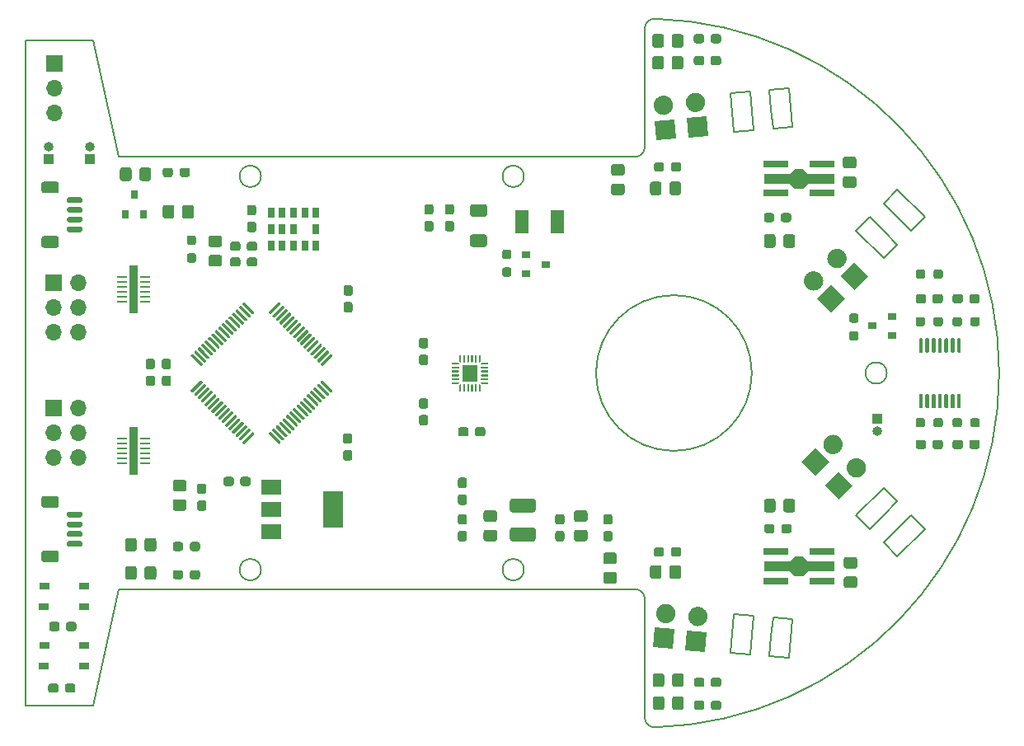
<source format=gts>
%TF.GenerationSoftware,KiCad,Pcbnew,(5.1.7)-1*%
%TF.CreationDate,2021-11-24T18:19:33+09:00*%
%TF.ProjectId,Quatro,51756174-726f-42e6-9b69-6361645f7063,0*%
%TF.SameCoordinates,Original*%
%TF.FileFunction,Soldermask,Top*%
%TF.FilePolarity,Negative*%
%FSLAX46Y46*%
G04 Gerber Fmt 4.6, Leading zero omitted, Abs format (unit mm)*
G04 Created by KiCad (PCBNEW (5.1.7)-1) date 2021-11-24 18:19:33*
%MOMM*%
%LPD*%
G01*
G04 APERTURE LIST*
%TA.AperFunction,Profile*%
%ADD10C,0.200000*%
%TD*%
%ADD11C,0.100000*%
%ADD12R,1.600000X1.750000*%
%ADD13R,1.450000X2.400000*%
%ADD14R,0.800000X1.100000*%
%ADD15R,0.700000X1.100000*%
%ADD16R,1.000000X1.000000*%
%ADD17O,1.000000X1.000000*%
%ADD18R,1.700000X1.700000*%
%ADD19O,1.700000X1.700000*%
%ADD20R,0.800000X0.900000*%
%ADD21R,0.900000X0.800000*%
%ADD22R,1.050000X0.650000*%
%ADD23R,2.000000X3.800000*%
%ADD24R,2.000000X1.500000*%
%ADD25R,2.500000X0.700000*%
%ADD26R,0.900000X5.000000*%
%ADD27C,0.600000*%
%ADD28R,1.000000X0.280000*%
G04 APERTURE END LIST*
D10*
X170788838Y-58175084D02*
G75*
G02*
X170788843Y-130946030I-1028246J-36385473D01*
G01*
X169760594Y-71360558D02*
X169760594Y-59174685D01*
X110760595Y-60360557D02*
X113160593Y-60360557D01*
X157360593Y-114760556D02*
G75*
G03*
X157360593Y-114760556I-1100001J0D01*
G01*
X169760593Y-129946429D02*
X169760593Y-117760555D01*
X106160594Y-128760556D02*
X106160593Y-60360557D01*
X169760595Y-71360555D02*
G75*
G02*
X168760594Y-72360558I-1000002J-1D01*
G01*
X197128428Y-79950000D02*
X198542640Y-78535786D01*
X106160593Y-60360557D02*
X110760595Y-60360557D01*
X130360596Y-114760557D02*
G75*
G03*
X130360596Y-114760557I-1100001J0D01*
G01*
X195714214Y-78535787D02*
X197128428Y-79950000D01*
X194300000Y-77121573D02*
X195714214Y-78535787D01*
X180760595Y-94560557D02*
G75*
G03*
X180760595Y-94560557I-8000001J0D01*
G01*
X157360594Y-74360558D02*
G75*
G03*
X157360594Y-74360558I-1100001J0D01*
G01*
X130360597Y-74360557D02*
G75*
G03*
X130360597Y-74360557I-1100000J0D01*
G01*
X169760595Y-59174687D02*
G75*
G02*
X170788841Y-58175085I999999J2D01*
G01*
X170788842Y-130946030D02*
G75*
G02*
X169760593Y-129946429I-28249J999601D01*
G01*
X115760595Y-72360558D02*
X168760594Y-72360558D01*
X113160593Y-60360557D02*
X115760595Y-72360558D01*
X168760592Y-116760556D02*
G75*
G02*
X169760593Y-117760555I1J-1000000D01*
G01*
X113160595Y-128760558D02*
X106160594Y-128760556D01*
X115760595Y-116760556D02*
X113160595Y-128760558D01*
X168760593Y-116760556D02*
X115760595Y-116760556D01*
X195714214Y-107756901D02*
X194299999Y-106342687D01*
X180764400Y-67643148D02*
X180938710Y-69635540D01*
X184923487Y-69286914D02*
X184574865Y-65302137D01*
X182756788Y-67468837D02*
X182931100Y-69461226D01*
X182582477Y-65476446D02*
X182756788Y-67468837D01*
X194626591Y-94560557D02*
G75*
G03*
X194626591Y-94560557I-1099998J0D01*
G01*
X192885787Y-78535787D02*
X194300000Y-79950000D01*
X195714214Y-75707359D02*
X194300000Y-77121573D01*
X184574865Y-123818979D02*
X182582477Y-123644667D01*
X178946321Y-69809849D02*
X178597697Y-65825070D01*
X194300001Y-111999541D02*
X195714214Y-110585328D01*
X180938710Y-69635540D02*
X178946321Y-69809849D01*
X195714214Y-110585328D02*
X197128427Y-109171114D01*
X182931100Y-69461226D02*
X184923487Y-69286914D01*
X182931100Y-119659889D02*
X184923489Y-119834198D01*
X178597697Y-65825070D02*
X180590087Y-65650759D01*
X194300000Y-82778427D02*
X191471573Y-79950000D01*
X191471573Y-109171112D02*
X192885787Y-110585327D01*
X178597699Y-123296044D02*
X180590088Y-123470356D01*
X180938709Y-119485577D02*
X178946320Y-119311265D01*
X191471573Y-79950000D02*
X192885787Y-78535787D01*
X184923489Y-119834198D02*
X184574865Y-123818979D01*
X195714214Y-81364214D02*
X194300000Y-82778427D01*
X198542642Y-110585327D02*
X195714215Y-113413756D01*
X194299999Y-106342687D02*
X191471573Y-109171112D01*
X184574865Y-65302137D02*
X182582477Y-65476446D01*
X180590088Y-123470356D02*
X180764398Y-121477967D01*
X178946320Y-119311265D02*
X178597699Y-123296044D01*
X198542640Y-78535786D02*
X195714214Y-75707359D01*
X182582477Y-123644667D02*
X182756788Y-121652278D01*
X180764398Y-121477967D02*
X180938709Y-119485577D01*
X182756788Y-121652278D02*
X182931100Y-119659889D01*
X195714215Y-113413756D02*
X194300001Y-111999541D01*
X197128427Y-109171114D02*
X198542642Y-110585327D01*
X194300000Y-109171114D02*
X195714214Y-107756901D01*
X192885787Y-110585327D02*
X194300000Y-109171114D01*
X180590087Y-65650759D02*
X180764400Y-67643148D01*
X194300000Y-79950000D02*
X195714214Y-81364214D01*
D11*
%TO.C,U6*%
G36*
X152919231Y-93346235D02*
G01*
X152916955Y-93353738D01*
X152913259Y-93360654D01*
X152908284Y-93366715D01*
X152811715Y-93463284D01*
X152805654Y-93468259D01*
X152798738Y-93471955D01*
X152791235Y-93474231D01*
X152783431Y-93475000D01*
X152760000Y-93475000D01*
X152752196Y-93474231D01*
X152744693Y-93471955D01*
X152737777Y-93468259D01*
X152731716Y-93463284D01*
X152726741Y-93457223D01*
X152723045Y-93450307D01*
X152720769Y-93442804D01*
X152720000Y-93435000D01*
X152720000Y-92765000D01*
X152720769Y-92757196D01*
X152723045Y-92749693D01*
X152726741Y-92742777D01*
X152731716Y-92736716D01*
X152737777Y-92731741D01*
X152744693Y-92728045D01*
X152752196Y-92725769D01*
X152760000Y-92725000D01*
X152880000Y-92725000D01*
X152887804Y-92725769D01*
X152895307Y-92728045D01*
X152902223Y-92731741D01*
X152908284Y-92736716D01*
X152913259Y-92742777D01*
X152916955Y-92749693D01*
X152919231Y-92757196D01*
X152920000Y-92765000D01*
X152920000Y-93338431D01*
X152919231Y-93346235D01*
G37*
G36*
G01*
X152370000Y-92725000D02*
X152470000Y-92725000D01*
G75*
G02*
X152520000Y-92775000I0J-50000D01*
G01*
X152520000Y-93425000D01*
G75*
G02*
X152470000Y-93475000I-50000J0D01*
G01*
X152370000Y-93475000D01*
G75*
G02*
X152320000Y-93425000I0J50000D01*
G01*
X152320000Y-92775000D01*
G75*
G02*
X152370000Y-92725000I50000J0D01*
G01*
G37*
G36*
G01*
X151970000Y-92725000D02*
X152070000Y-92725000D01*
G75*
G02*
X152120000Y-92775000I0J-50000D01*
G01*
X152120000Y-93425000D01*
G75*
G02*
X152070000Y-93475000I-50000J0D01*
G01*
X151970000Y-93475000D01*
G75*
G02*
X151920000Y-93425000I0J50000D01*
G01*
X151920000Y-92775000D01*
G75*
G02*
X151970000Y-92725000I50000J0D01*
G01*
G37*
G36*
G01*
X151570000Y-92725000D02*
X151670000Y-92725000D01*
G75*
G02*
X151720000Y-92775000I0J-50000D01*
G01*
X151720000Y-93425000D01*
G75*
G02*
X151670000Y-93475000I-50000J0D01*
G01*
X151570000Y-93475000D01*
G75*
G02*
X151520000Y-93425000I0J50000D01*
G01*
X151520000Y-92775000D01*
G75*
G02*
X151570000Y-92725000I50000J0D01*
G01*
G37*
G36*
G01*
X151170000Y-92725000D02*
X151270000Y-92725000D01*
G75*
G02*
X151320000Y-92775000I0J-50000D01*
G01*
X151320000Y-93425000D01*
G75*
G02*
X151270000Y-93475000I-50000J0D01*
G01*
X151170000Y-93475000D01*
G75*
G02*
X151120000Y-93425000I0J50000D01*
G01*
X151120000Y-92775000D01*
G75*
G02*
X151170000Y-92725000I50000J0D01*
G01*
G37*
G36*
X150919231Y-93442804D02*
G01*
X150916955Y-93450307D01*
X150913259Y-93457223D01*
X150908284Y-93463284D01*
X150902223Y-93468259D01*
X150895307Y-93471955D01*
X150887804Y-93474231D01*
X150880000Y-93475000D01*
X150856569Y-93475000D01*
X150848765Y-93474231D01*
X150841262Y-93471955D01*
X150834346Y-93468259D01*
X150828285Y-93463284D01*
X150731716Y-93366715D01*
X150726741Y-93360654D01*
X150723045Y-93353738D01*
X150720769Y-93346235D01*
X150720000Y-93338431D01*
X150720000Y-92765000D01*
X150720769Y-92757196D01*
X150723045Y-92749693D01*
X150726741Y-92742777D01*
X150731716Y-92736716D01*
X150737777Y-92731741D01*
X150744693Y-92728045D01*
X150752196Y-92725769D01*
X150760000Y-92725000D01*
X150880000Y-92725000D01*
X150887804Y-92725769D01*
X150895307Y-92728045D01*
X150902223Y-92731741D01*
X150908284Y-92736716D01*
X150913259Y-92742777D01*
X150916955Y-92749693D01*
X150919231Y-92757196D01*
X150920000Y-92765000D01*
X150920000Y-93435000D01*
X150919231Y-93442804D01*
G37*
G36*
X150694231Y-93667804D02*
G01*
X150691955Y-93675307D01*
X150688259Y-93682223D01*
X150683284Y-93688284D01*
X150677223Y-93693259D01*
X150670307Y-93696955D01*
X150662804Y-93699231D01*
X150655000Y-93700000D01*
X149985000Y-93700000D01*
X149977196Y-93699231D01*
X149969693Y-93696955D01*
X149962777Y-93693259D01*
X149956716Y-93688284D01*
X149951741Y-93682223D01*
X149948045Y-93675307D01*
X149945769Y-93667804D01*
X149945000Y-93660000D01*
X149945000Y-93540000D01*
X149945769Y-93532196D01*
X149948045Y-93524693D01*
X149951741Y-93517777D01*
X149956716Y-93511716D01*
X149962777Y-93506741D01*
X149969693Y-93503045D01*
X149977196Y-93500769D01*
X149985000Y-93500000D01*
X150558431Y-93500000D01*
X150566235Y-93500769D01*
X150573738Y-93503045D01*
X150580654Y-93506741D01*
X150586715Y-93511716D01*
X150683284Y-93608285D01*
X150688259Y-93614346D01*
X150691955Y-93621262D01*
X150694231Y-93628765D01*
X150695000Y-93636569D01*
X150695000Y-93660000D01*
X150694231Y-93667804D01*
G37*
G36*
G01*
X149995000Y-93900000D02*
X150645000Y-93900000D01*
G75*
G02*
X150695000Y-93950000I0J-50000D01*
G01*
X150695000Y-94050000D01*
G75*
G02*
X150645000Y-94100000I-50000J0D01*
G01*
X149995000Y-94100000D01*
G75*
G02*
X149945000Y-94050000I0J50000D01*
G01*
X149945000Y-93950000D01*
G75*
G02*
X149995000Y-93900000I50000J0D01*
G01*
G37*
G36*
G01*
X149995000Y-94300000D02*
X150645000Y-94300000D01*
G75*
G02*
X150695000Y-94350000I0J-50000D01*
G01*
X150695000Y-94450000D01*
G75*
G02*
X150645000Y-94500000I-50000J0D01*
G01*
X149995000Y-94500000D01*
G75*
G02*
X149945000Y-94450000I0J50000D01*
G01*
X149945000Y-94350000D01*
G75*
G02*
X149995000Y-94300000I50000J0D01*
G01*
G37*
G36*
G01*
X149995000Y-94700000D02*
X150645000Y-94700000D01*
G75*
G02*
X150695000Y-94750000I0J-50000D01*
G01*
X150695000Y-94850000D01*
G75*
G02*
X150645000Y-94900000I-50000J0D01*
G01*
X149995000Y-94900000D01*
G75*
G02*
X149945000Y-94850000I0J50000D01*
G01*
X149945000Y-94750000D01*
G75*
G02*
X149995000Y-94700000I50000J0D01*
G01*
G37*
G36*
G01*
X149995000Y-95100000D02*
X150645000Y-95100000D01*
G75*
G02*
X150695000Y-95150000I0J-50000D01*
G01*
X150695000Y-95250000D01*
G75*
G02*
X150645000Y-95300000I-50000J0D01*
G01*
X149995000Y-95300000D01*
G75*
G02*
X149945000Y-95250000I0J50000D01*
G01*
X149945000Y-95150000D01*
G75*
G02*
X149995000Y-95100000I50000J0D01*
G01*
G37*
G36*
X150694231Y-95571235D02*
G01*
X150691955Y-95578738D01*
X150688259Y-95585654D01*
X150683284Y-95591715D01*
X150586715Y-95688284D01*
X150580654Y-95693259D01*
X150573738Y-95696955D01*
X150566235Y-95699231D01*
X150558431Y-95700000D01*
X149985000Y-95700000D01*
X149977196Y-95699231D01*
X149969693Y-95696955D01*
X149962777Y-95693259D01*
X149956716Y-95688284D01*
X149951741Y-95682223D01*
X149948045Y-95675307D01*
X149945769Y-95667804D01*
X149945000Y-95660000D01*
X149945000Y-95540000D01*
X149945769Y-95532196D01*
X149948045Y-95524693D01*
X149951741Y-95517777D01*
X149956716Y-95511716D01*
X149962777Y-95506741D01*
X149969693Y-95503045D01*
X149977196Y-95500769D01*
X149985000Y-95500000D01*
X150655000Y-95500000D01*
X150662804Y-95500769D01*
X150670307Y-95503045D01*
X150677223Y-95506741D01*
X150683284Y-95511716D01*
X150688259Y-95517777D01*
X150691955Y-95524693D01*
X150694231Y-95532196D01*
X150695000Y-95540000D01*
X150695000Y-95563431D01*
X150694231Y-95571235D01*
G37*
G36*
X150919231Y-96442804D02*
G01*
X150916955Y-96450307D01*
X150913259Y-96457223D01*
X150908284Y-96463284D01*
X150902223Y-96468259D01*
X150895307Y-96471955D01*
X150887804Y-96474231D01*
X150880000Y-96475000D01*
X150760000Y-96475000D01*
X150752196Y-96474231D01*
X150744693Y-96471955D01*
X150737777Y-96468259D01*
X150731716Y-96463284D01*
X150726741Y-96457223D01*
X150723045Y-96450307D01*
X150720769Y-96442804D01*
X150720000Y-96435000D01*
X150720000Y-95861569D01*
X150720769Y-95853765D01*
X150723045Y-95846262D01*
X150726741Y-95839346D01*
X150731716Y-95833285D01*
X150828285Y-95736716D01*
X150834346Y-95731741D01*
X150841262Y-95728045D01*
X150848765Y-95725769D01*
X150856569Y-95725000D01*
X150880000Y-95725000D01*
X150887804Y-95725769D01*
X150895307Y-95728045D01*
X150902223Y-95731741D01*
X150908284Y-95736716D01*
X150913259Y-95742777D01*
X150916955Y-95749693D01*
X150919231Y-95757196D01*
X150920000Y-95765000D01*
X150920000Y-96435000D01*
X150919231Y-96442804D01*
G37*
G36*
G01*
X151170000Y-95725000D02*
X151270000Y-95725000D01*
G75*
G02*
X151320000Y-95775000I0J-50000D01*
G01*
X151320000Y-96425000D01*
G75*
G02*
X151270000Y-96475000I-50000J0D01*
G01*
X151170000Y-96475000D01*
G75*
G02*
X151120000Y-96425000I0J50000D01*
G01*
X151120000Y-95775000D01*
G75*
G02*
X151170000Y-95725000I50000J0D01*
G01*
G37*
G36*
G01*
X151570000Y-95725000D02*
X151670000Y-95725000D01*
G75*
G02*
X151720000Y-95775000I0J-50000D01*
G01*
X151720000Y-96425000D01*
G75*
G02*
X151670000Y-96475000I-50000J0D01*
G01*
X151570000Y-96475000D01*
G75*
G02*
X151520000Y-96425000I0J50000D01*
G01*
X151520000Y-95775000D01*
G75*
G02*
X151570000Y-95725000I50000J0D01*
G01*
G37*
G36*
G01*
X151970000Y-95725000D02*
X152070000Y-95725000D01*
G75*
G02*
X152120000Y-95775000I0J-50000D01*
G01*
X152120000Y-96425000D01*
G75*
G02*
X152070000Y-96475000I-50000J0D01*
G01*
X151970000Y-96475000D01*
G75*
G02*
X151920000Y-96425000I0J50000D01*
G01*
X151920000Y-95775000D01*
G75*
G02*
X151970000Y-95725000I50000J0D01*
G01*
G37*
G36*
G01*
X152370000Y-95725000D02*
X152470000Y-95725000D01*
G75*
G02*
X152520000Y-95775000I0J-50000D01*
G01*
X152520000Y-96425000D01*
G75*
G02*
X152470000Y-96475000I-50000J0D01*
G01*
X152370000Y-96475000D01*
G75*
G02*
X152320000Y-96425000I0J50000D01*
G01*
X152320000Y-95775000D01*
G75*
G02*
X152370000Y-95725000I50000J0D01*
G01*
G37*
G36*
X152919231Y-96442804D02*
G01*
X152916955Y-96450307D01*
X152913259Y-96457223D01*
X152908284Y-96463284D01*
X152902223Y-96468259D01*
X152895307Y-96471955D01*
X152887804Y-96474231D01*
X152880000Y-96475000D01*
X152760000Y-96475000D01*
X152752196Y-96474231D01*
X152744693Y-96471955D01*
X152737777Y-96468259D01*
X152731716Y-96463284D01*
X152726741Y-96457223D01*
X152723045Y-96450307D01*
X152720769Y-96442804D01*
X152720000Y-96435000D01*
X152720000Y-95765000D01*
X152720769Y-95757196D01*
X152723045Y-95749693D01*
X152726741Y-95742777D01*
X152731716Y-95736716D01*
X152737777Y-95731741D01*
X152744693Y-95728045D01*
X152752196Y-95725769D01*
X152760000Y-95725000D01*
X152783431Y-95725000D01*
X152791235Y-95725769D01*
X152798738Y-95728045D01*
X152805654Y-95731741D01*
X152811715Y-95736716D01*
X152908284Y-95833285D01*
X152913259Y-95839346D01*
X152916955Y-95846262D01*
X152919231Y-95853765D01*
X152920000Y-95861569D01*
X152920000Y-96435000D01*
X152919231Y-96442804D01*
G37*
G36*
X153694231Y-95667804D02*
G01*
X153691955Y-95675307D01*
X153688259Y-95682223D01*
X153683284Y-95688284D01*
X153677223Y-95693259D01*
X153670307Y-95696955D01*
X153662804Y-95699231D01*
X153655000Y-95700000D01*
X153081569Y-95700000D01*
X153073765Y-95699231D01*
X153066262Y-95696955D01*
X153059346Y-95693259D01*
X153053285Y-95688284D01*
X152956716Y-95591715D01*
X152951741Y-95585654D01*
X152948045Y-95578738D01*
X152945769Y-95571235D01*
X152945000Y-95563431D01*
X152945000Y-95540000D01*
X152945769Y-95532196D01*
X152948045Y-95524693D01*
X152951741Y-95517777D01*
X152956716Y-95511716D01*
X152962777Y-95506741D01*
X152969693Y-95503045D01*
X152977196Y-95500769D01*
X152985000Y-95500000D01*
X153655000Y-95500000D01*
X153662804Y-95500769D01*
X153670307Y-95503045D01*
X153677223Y-95506741D01*
X153683284Y-95511716D01*
X153688259Y-95517777D01*
X153691955Y-95524693D01*
X153694231Y-95532196D01*
X153695000Y-95540000D01*
X153695000Y-95660000D01*
X153694231Y-95667804D01*
G37*
G36*
G01*
X152995000Y-95100000D02*
X153645000Y-95100000D01*
G75*
G02*
X153695000Y-95150000I0J-50000D01*
G01*
X153695000Y-95250000D01*
G75*
G02*
X153645000Y-95300000I-50000J0D01*
G01*
X152995000Y-95300000D01*
G75*
G02*
X152945000Y-95250000I0J50000D01*
G01*
X152945000Y-95150000D01*
G75*
G02*
X152995000Y-95100000I50000J0D01*
G01*
G37*
G36*
G01*
X152995000Y-94700000D02*
X153645000Y-94700000D01*
G75*
G02*
X153695000Y-94750000I0J-50000D01*
G01*
X153695000Y-94850000D01*
G75*
G02*
X153645000Y-94900000I-50000J0D01*
G01*
X152995000Y-94900000D01*
G75*
G02*
X152945000Y-94850000I0J50000D01*
G01*
X152945000Y-94750000D01*
G75*
G02*
X152995000Y-94700000I50000J0D01*
G01*
G37*
G36*
G01*
X152995000Y-94300000D02*
X153645000Y-94300000D01*
G75*
G02*
X153695000Y-94350000I0J-50000D01*
G01*
X153695000Y-94450000D01*
G75*
G02*
X153645000Y-94500000I-50000J0D01*
G01*
X152995000Y-94500000D01*
G75*
G02*
X152945000Y-94450000I0J50000D01*
G01*
X152945000Y-94350000D01*
G75*
G02*
X152995000Y-94300000I50000J0D01*
G01*
G37*
G36*
G01*
X152995000Y-93900000D02*
X153645000Y-93900000D01*
G75*
G02*
X153695000Y-93950000I0J-50000D01*
G01*
X153695000Y-94050000D01*
G75*
G02*
X153645000Y-94100000I-50000J0D01*
G01*
X152995000Y-94100000D01*
G75*
G02*
X152945000Y-94050000I0J50000D01*
G01*
X152945000Y-93950000D01*
G75*
G02*
X152995000Y-93900000I50000J0D01*
G01*
G37*
G36*
X153694231Y-93667804D02*
G01*
X153691955Y-93675307D01*
X153688259Y-93682223D01*
X153683284Y-93688284D01*
X153677223Y-93693259D01*
X153670307Y-93696955D01*
X153662804Y-93699231D01*
X153655000Y-93700000D01*
X152985000Y-93700000D01*
X152977196Y-93699231D01*
X152969693Y-93696955D01*
X152962777Y-93693259D01*
X152956716Y-93688284D01*
X152951741Y-93682223D01*
X152948045Y-93675307D01*
X152945769Y-93667804D01*
X152945000Y-93660000D01*
X152945000Y-93636569D01*
X152945769Y-93628765D01*
X152948045Y-93621262D01*
X152951741Y-93614346D01*
X152956716Y-93608285D01*
X153053285Y-93511716D01*
X153059346Y-93506741D01*
X153066262Y-93503045D01*
X153073765Y-93500769D01*
X153081569Y-93500000D01*
X153655000Y-93500000D01*
X153662804Y-93500769D01*
X153670307Y-93503045D01*
X153677223Y-93506741D01*
X153683284Y-93511716D01*
X153688259Y-93517777D01*
X153691955Y-93524693D01*
X153694231Y-93532196D01*
X153695000Y-93540000D01*
X153695000Y-93660000D01*
X153694231Y-93667804D01*
G37*
D12*
X151820000Y-94600000D03*
%TD*%
D13*
%TO.C,SP1*%
X157150000Y-79008400D03*
X160800000Y-79008400D03*
%TD*%
D14*
%TO.C,U5*%
X133700000Y-81500000D03*
X133700000Y-79800000D03*
X133700000Y-78100000D03*
D15*
X131450000Y-81500000D03*
X132550000Y-81500000D03*
X134850000Y-81500000D03*
X135950000Y-81500000D03*
X131450000Y-79800000D03*
X132550000Y-79800000D03*
X135950000Y-79800000D03*
X131450000Y-78100000D03*
X132550000Y-78100000D03*
X134850000Y-78100000D03*
X135950000Y-78100000D03*
%TD*%
%TO.C,22p1*%
G36*
G01*
X201370000Y-87167500D02*
X201370000Y-86692500D01*
G75*
G02*
X201607500Y-86455000I237500J0D01*
G01*
X202207500Y-86455000D01*
G75*
G02*
X202445000Y-86692500I0J-237500D01*
G01*
X202445000Y-87167500D01*
G75*
G02*
X202207500Y-87405000I-237500J0D01*
G01*
X201607500Y-87405000D01*
G75*
G02*
X201370000Y-87167500I0J237500D01*
G01*
G37*
G36*
G01*
X203095000Y-87167500D02*
X203095000Y-86692500D01*
G75*
G02*
X203332500Y-86455000I237500J0D01*
G01*
X203932500Y-86455000D01*
G75*
G02*
X204170000Y-86692500I0J-237500D01*
G01*
X204170000Y-87167500D01*
G75*
G02*
X203932500Y-87405000I-237500J0D01*
G01*
X203332500Y-87405000D01*
G75*
G02*
X203095000Y-87167500I0J237500D01*
G01*
G37*
%TD*%
%TO.C,22p2*%
G36*
G01*
X200380000Y-86692500D02*
X200380000Y-87167500D01*
G75*
G02*
X200142500Y-87405000I-237500J0D01*
G01*
X199542500Y-87405000D01*
G75*
G02*
X199305000Y-87167500I0J237500D01*
G01*
X199305000Y-86692500D01*
G75*
G02*
X199542500Y-86455000I237500J0D01*
G01*
X200142500Y-86455000D01*
G75*
G02*
X200380000Y-86692500I0J-237500D01*
G01*
G37*
G36*
G01*
X198655000Y-86692500D02*
X198655000Y-87167500D01*
G75*
G02*
X198417500Y-87405000I-237500J0D01*
G01*
X197817500Y-87405000D01*
G75*
G02*
X197580000Y-87167500I0J237500D01*
G01*
X197580000Y-86692500D01*
G75*
G02*
X197817500Y-86455000I237500J0D01*
G01*
X198417500Y-86455000D01*
G75*
G02*
X198655000Y-86692500I0J-237500D01*
G01*
G37*
%TD*%
%TO.C,22p3*%
G36*
G01*
X200380000Y-101662500D02*
X200380000Y-102137500D01*
G75*
G02*
X200142500Y-102375000I-237500J0D01*
G01*
X199542500Y-102375000D01*
G75*
G02*
X199305000Y-102137500I0J237500D01*
G01*
X199305000Y-101662500D01*
G75*
G02*
X199542500Y-101425000I237500J0D01*
G01*
X200142500Y-101425000D01*
G75*
G02*
X200380000Y-101662500I0J-237500D01*
G01*
G37*
G36*
G01*
X198655000Y-101662500D02*
X198655000Y-102137500D01*
G75*
G02*
X198417500Y-102375000I-237500J0D01*
G01*
X197817500Y-102375000D01*
G75*
G02*
X197580000Y-102137500I0J237500D01*
G01*
X197580000Y-101662500D01*
G75*
G02*
X197817500Y-101425000I237500J0D01*
G01*
X198417500Y-101425000D01*
G75*
G02*
X198655000Y-101662500I0J-237500D01*
G01*
G37*
%TD*%
%TO.C,22p4*%
G36*
G01*
X203095000Y-102137500D02*
X203095000Y-101662500D01*
G75*
G02*
X203332500Y-101425000I237500J0D01*
G01*
X203932500Y-101425000D01*
G75*
G02*
X204170000Y-101662500I0J-237500D01*
G01*
X204170000Y-102137500D01*
G75*
G02*
X203932500Y-102375000I-237500J0D01*
G01*
X203332500Y-102375000D01*
G75*
G02*
X203095000Y-102137500I0J237500D01*
G01*
G37*
G36*
G01*
X201370000Y-102137500D02*
X201370000Y-101662500D01*
G75*
G02*
X201607500Y-101425000I237500J0D01*
G01*
X202207500Y-101425000D01*
G75*
G02*
X202445000Y-101662500I0J-237500D01*
G01*
X202445000Y-102137500D01*
G75*
G02*
X202207500Y-102375000I-237500J0D01*
G01*
X201607500Y-102375000D01*
G75*
G02*
X201370000Y-102137500I0J237500D01*
G01*
G37*
%TD*%
%TO.C,C1*%
G36*
G01*
X175875000Y-59982500D02*
X175875000Y-60457500D01*
G75*
G02*
X175637500Y-60695000I-237500J0D01*
G01*
X175037500Y-60695000D01*
G75*
G02*
X174800000Y-60457500I0J237500D01*
G01*
X174800000Y-59982500D01*
G75*
G02*
X175037500Y-59745000I237500J0D01*
G01*
X175637500Y-59745000D01*
G75*
G02*
X175875000Y-59982500I0J-237500D01*
G01*
G37*
G36*
G01*
X177600000Y-59982500D02*
X177600000Y-60457500D01*
G75*
G02*
X177362500Y-60695000I-237500J0D01*
G01*
X176762500Y-60695000D01*
G75*
G02*
X176525000Y-60457500I0J237500D01*
G01*
X176525000Y-59982500D01*
G75*
G02*
X176762500Y-59745000I237500J0D01*
G01*
X177362500Y-59745000D01*
G75*
G02*
X177600000Y-59982500I0J-237500D01*
G01*
G37*
%TD*%
%TO.C,C2*%
G36*
G01*
X175875000Y-62242500D02*
X175875000Y-62717500D01*
G75*
G02*
X175637500Y-62955000I-237500J0D01*
G01*
X175037500Y-62955000D01*
G75*
G02*
X174800000Y-62717500I0J237500D01*
G01*
X174800000Y-62242500D01*
G75*
G02*
X175037500Y-62005000I237500J0D01*
G01*
X175637500Y-62005000D01*
G75*
G02*
X175875000Y-62242500I0J-237500D01*
G01*
G37*
G36*
G01*
X177600000Y-62242500D02*
X177600000Y-62717500D01*
G75*
G02*
X177362500Y-62955000I-237500J0D01*
G01*
X176762500Y-62955000D01*
G75*
G02*
X176525000Y-62717500I0J237500D01*
G01*
X176525000Y-62242500D01*
G75*
G02*
X176762500Y-62005000I237500J0D01*
G01*
X177362500Y-62005000D01*
G75*
G02*
X177600000Y-62242500I0J-237500D01*
G01*
G37*
%TD*%
%TO.C,C3*%
G36*
G01*
X175895000Y-126092500D02*
X175895000Y-126567500D01*
G75*
G02*
X175657500Y-126805000I-237500J0D01*
G01*
X175057500Y-126805000D01*
G75*
G02*
X174820000Y-126567500I0J237500D01*
G01*
X174820000Y-126092500D01*
G75*
G02*
X175057500Y-125855000I237500J0D01*
G01*
X175657500Y-125855000D01*
G75*
G02*
X175895000Y-126092500I0J-237500D01*
G01*
G37*
G36*
G01*
X177620000Y-126092500D02*
X177620000Y-126567500D01*
G75*
G02*
X177382500Y-126805000I-237500J0D01*
G01*
X176782500Y-126805000D01*
G75*
G02*
X176545000Y-126567500I0J237500D01*
G01*
X176545000Y-126092500D01*
G75*
G02*
X176782500Y-125855000I237500J0D01*
G01*
X177382500Y-125855000D01*
G75*
G02*
X177620000Y-126092500I0J-237500D01*
G01*
G37*
%TD*%
%TO.C,C4*%
G36*
G01*
X175895000Y-128452500D02*
X175895000Y-128927500D01*
G75*
G02*
X175657500Y-129165000I-237500J0D01*
G01*
X175057500Y-129165000D01*
G75*
G02*
X174820000Y-128927500I0J237500D01*
G01*
X174820000Y-128452500D01*
G75*
G02*
X175057500Y-128215000I237500J0D01*
G01*
X175657500Y-128215000D01*
G75*
G02*
X175895000Y-128452500I0J-237500D01*
G01*
G37*
G36*
G01*
X177620000Y-128452500D02*
X177620000Y-128927500D01*
G75*
G02*
X177382500Y-129165000I-237500J0D01*
G01*
X176782500Y-129165000D01*
G75*
G02*
X176545000Y-128927500I0J237500D01*
G01*
X176545000Y-128452500D01*
G75*
G02*
X176782500Y-128215000I237500J0D01*
G01*
X177382500Y-128215000D01*
G75*
G02*
X177620000Y-128452500I0J-237500D01*
G01*
G37*
%TD*%
%TO.C,C5*%
G36*
G01*
X150802500Y-105310000D02*
X151277500Y-105310000D01*
G75*
G02*
X151515000Y-105547500I0J-237500D01*
G01*
X151515000Y-106147500D01*
G75*
G02*
X151277500Y-106385000I-237500J0D01*
G01*
X150802500Y-106385000D01*
G75*
G02*
X150565000Y-106147500I0J237500D01*
G01*
X150565000Y-105547500D01*
G75*
G02*
X150802500Y-105310000I237500J0D01*
G01*
G37*
G36*
G01*
X150802500Y-107035000D02*
X151277500Y-107035000D01*
G75*
G02*
X151515000Y-107272500I0J-237500D01*
G01*
X151515000Y-107872500D01*
G75*
G02*
X151277500Y-108110000I-237500J0D01*
G01*
X150802500Y-108110000D01*
G75*
G02*
X150565000Y-107872500I0J237500D01*
G01*
X150565000Y-107272500D01*
G75*
G02*
X150802500Y-107035000I237500J0D01*
G01*
G37*
%TD*%
%TO.C,C6*%
G36*
G01*
X152325000Y-100837500D02*
X152325000Y-100362500D01*
G75*
G02*
X152562500Y-100125000I237500J0D01*
G01*
X153162500Y-100125000D01*
G75*
G02*
X153400000Y-100362500I0J-237500D01*
G01*
X153400000Y-100837500D01*
G75*
G02*
X153162500Y-101075000I-237500J0D01*
G01*
X152562500Y-101075000D01*
G75*
G02*
X152325000Y-100837500I0J237500D01*
G01*
G37*
G36*
G01*
X150600000Y-100837500D02*
X150600000Y-100362500D01*
G75*
G02*
X150837500Y-100125000I237500J0D01*
G01*
X151437500Y-100125000D01*
G75*
G02*
X151675000Y-100362500I0J-237500D01*
G01*
X151675000Y-100837500D01*
G75*
G02*
X151437500Y-101075000I-237500J0D01*
G01*
X150837500Y-101075000D01*
G75*
G02*
X150600000Y-100837500I0J237500D01*
G01*
G37*
%TD*%
%TO.C,C7*%
G36*
G01*
X147287500Y-93750000D02*
X146812500Y-93750000D01*
G75*
G02*
X146575000Y-93512500I0J237500D01*
G01*
X146575000Y-92912500D01*
G75*
G02*
X146812500Y-92675000I237500J0D01*
G01*
X147287500Y-92675000D01*
G75*
G02*
X147525000Y-92912500I0J-237500D01*
G01*
X147525000Y-93512500D01*
G75*
G02*
X147287500Y-93750000I-237500J0D01*
G01*
G37*
G36*
G01*
X147287500Y-92025000D02*
X146812500Y-92025000D01*
G75*
G02*
X146575000Y-91787500I0J237500D01*
G01*
X146575000Y-91187500D01*
G75*
G02*
X146812500Y-90950000I237500J0D01*
G01*
X147287500Y-90950000D01*
G75*
G02*
X147525000Y-91187500I0J-237500D01*
G01*
X147525000Y-91787500D01*
G75*
G02*
X147287500Y-92025000I-237500J0D01*
G01*
G37*
%TD*%
%TO.C,C8*%
G36*
G01*
X129162500Y-77300000D02*
X129637500Y-77300000D01*
G75*
G02*
X129875000Y-77537500I0J-237500D01*
G01*
X129875000Y-78137500D01*
G75*
G02*
X129637500Y-78375000I-237500J0D01*
G01*
X129162500Y-78375000D01*
G75*
G02*
X128925000Y-78137500I0J237500D01*
G01*
X128925000Y-77537500D01*
G75*
G02*
X129162500Y-77300000I237500J0D01*
G01*
G37*
G36*
G01*
X129162500Y-79025000D02*
X129637500Y-79025000D01*
G75*
G02*
X129875000Y-79262500I0J-237500D01*
G01*
X129875000Y-79862500D01*
G75*
G02*
X129637500Y-80100000I-237500J0D01*
G01*
X129162500Y-80100000D01*
G75*
G02*
X128925000Y-79862500I0J237500D01*
G01*
X128925000Y-79262500D01*
G75*
G02*
X129162500Y-79025000I237500J0D01*
G01*
G37*
%TD*%
%TO.C,C9*%
G36*
G01*
X146812500Y-98875000D02*
X147287500Y-98875000D01*
G75*
G02*
X147525000Y-99112500I0J-237500D01*
G01*
X147525000Y-99712500D01*
G75*
G02*
X147287500Y-99950000I-237500J0D01*
G01*
X146812500Y-99950000D01*
G75*
G02*
X146575000Y-99712500I0J237500D01*
G01*
X146575000Y-99112500D01*
G75*
G02*
X146812500Y-98875000I237500J0D01*
G01*
G37*
G36*
G01*
X146812500Y-97150000D02*
X147287500Y-97150000D01*
G75*
G02*
X147525000Y-97387500I0J-237500D01*
G01*
X147525000Y-97987500D01*
G75*
G02*
X147287500Y-98225000I-237500J0D01*
G01*
X146812500Y-98225000D01*
G75*
G02*
X146575000Y-97987500I0J237500D01*
G01*
X146575000Y-97387500D01*
G75*
G02*
X146812500Y-97150000I237500J0D01*
G01*
G37*
%TD*%
%TO.C,C10*%
G36*
G01*
X151277500Y-111860000D02*
X150802500Y-111860000D01*
G75*
G02*
X150565000Y-111622500I0J237500D01*
G01*
X150565000Y-111022500D01*
G75*
G02*
X150802500Y-110785000I237500J0D01*
G01*
X151277500Y-110785000D01*
G75*
G02*
X151515000Y-111022500I0J-237500D01*
G01*
X151515000Y-111622500D01*
G75*
G02*
X151277500Y-111860000I-237500J0D01*
G01*
G37*
G36*
G01*
X151277500Y-110135000D02*
X150802500Y-110135000D01*
G75*
G02*
X150565000Y-109897500I0J237500D01*
G01*
X150565000Y-109297500D01*
G75*
G02*
X150802500Y-109060000I237500J0D01*
G01*
X151277500Y-109060000D01*
G75*
G02*
X151515000Y-109297500I0J-237500D01*
G01*
X151515000Y-109897500D01*
G75*
G02*
X151277500Y-110135000I-237500J0D01*
G01*
G37*
%TD*%
%TO.C,C11*%
G36*
G01*
X161287500Y-110135000D02*
X160812500Y-110135000D01*
G75*
G02*
X160575000Y-109897500I0J237500D01*
G01*
X160575000Y-109297500D01*
G75*
G02*
X160812500Y-109060000I237500J0D01*
G01*
X161287500Y-109060000D01*
G75*
G02*
X161525000Y-109297500I0J-237500D01*
G01*
X161525000Y-109897500D01*
G75*
G02*
X161287500Y-110135000I-237500J0D01*
G01*
G37*
G36*
G01*
X161287500Y-111860000D02*
X160812500Y-111860000D01*
G75*
G02*
X160575000Y-111622500I0J237500D01*
G01*
X160575000Y-111022500D01*
G75*
G02*
X160812500Y-110785000I237500J0D01*
G01*
X161287500Y-110785000D01*
G75*
G02*
X161525000Y-111022500I0J-237500D01*
G01*
X161525000Y-111622500D01*
G75*
G02*
X161287500Y-111860000I-237500J0D01*
G01*
G37*
%TD*%
%TO.C,C12*%
G36*
G01*
X147362500Y-78948400D02*
X147837500Y-78948400D01*
G75*
G02*
X148075000Y-79185900I0J-237500D01*
G01*
X148075000Y-79785900D01*
G75*
G02*
X147837500Y-80023400I-237500J0D01*
G01*
X147362500Y-80023400D01*
G75*
G02*
X147125000Y-79785900I0J237500D01*
G01*
X147125000Y-79185900D01*
G75*
G02*
X147362500Y-78948400I237500J0D01*
G01*
G37*
G36*
G01*
X147362500Y-77223400D02*
X147837500Y-77223400D01*
G75*
G02*
X148075000Y-77460900I0J-237500D01*
G01*
X148075000Y-78060900D01*
G75*
G02*
X147837500Y-78298400I-237500J0D01*
G01*
X147362500Y-78298400D01*
G75*
G02*
X147125000Y-78060900I0J237500D01*
G01*
X147125000Y-77460900D01*
G75*
G02*
X147362500Y-77223400I237500J0D01*
G01*
G37*
%TD*%
%TO.C,C13*%
G36*
G01*
X149472500Y-77223400D02*
X149947500Y-77223400D01*
G75*
G02*
X150185000Y-77460900I0J-237500D01*
G01*
X150185000Y-78060900D01*
G75*
G02*
X149947500Y-78298400I-237500J0D01*
G01*
X149472500Y-78298400D01*
G75*
G02*
X149235000Y-78060900I0J237500D01*
G01*
X149235000Y-77460900D01*
G75*
G02*
X149472500Y-77223400I237500J0D01*
G01*
G37*
G36*
G01*
X149472500Y-78948400D02*
X149947500Y-78948400D01*
G75*
G02*
X150185000Y-79185900I0J-237500D01*
G01*
X150185000Y-79785900D01*
G75*
G02*
X149947500Y-80023400I-237500J0D01*
G01*
X149472500Y-80023400D01*
G75*
G02*
X149235000Y-79785900I0J237500D01*
G01*
X149235000Y-79185900D01*
G75*
G02*
X149472500Y-78948400I237500J0D01*
G01*
G37*
%TD*%
%TO.C,C14*%
G36*
G01*
X166217500Y-111860000D02*
X165742500Y-111860000D01*
G75*
G02*
X165505000Y-111622500I0J237500D01*
G01*
X165505000Y-111022500D01*
G75*
G02*
X165742500Y-110785000I237500J0D01*
G01*
X166217500Y-110785000D01*
G75*
G02*
X166455000Y-111022500I0J-237500D01*
G01*
X166455000Y-111622500D01*
G75*
G02*
X166217500Y-111860000I-237500J0D01*
G01*
G37*
G36*
G01*
X166217500Y-110135000D02*
X165742500Y-110135000D01*
G75*
G02*
X165505000Y-109897500I0J237500D01*
G01*
X165505000Y-109297500D01*
G75*
G02*
X165742500Y-109060000I237500J0D01*
G01*
X166217500Y-109060000D01*
G75*
G02*
X166455000Y-109297500I0J-237500D01*
G01*
X166455000Y-109897500D01*
G75*
G02*
X166217500Y-110135000I-237500J0D01*
G01*
G37*
%TD*%
%TO.C,C15*%
G36*
G01*
X111300000Y-126692500D02*
X111300000Y-127167500D01*
G75*
G02*
X111062500Y-127405000I-237500J0D01*
G01*
X110462500Y-127405000D01*
G75*
G02*
X110225000Y-127167500I0J237500D01*
G01*
X110225000Y-126692500D01*
G75*
G02*
X110462500Y-126455000I237500J0D01*
G01*
X111062500Y-126455000D01*
G75*
G02*
X111300000Y-126692500I0J-237500D01*
G01*
G37*
G36*
G01*
X109575000Y-126692500D02*
X109575000Y-127167500D01*
G75*
G02*
X109337500Y-127405000I-237500J0D01*
G01*
X108737500Y-127405000D01*
G75*
G02*
X108500000Y-127167500I0J237500D01*
G01*
X108500000Y-126692500D01*
G75*
G02*
X108737500Y-126455000I237500J0D01*
G01*
X109337500Y-126455000D01*
G75*
G02*
X109575000Y-126692500I0J-237500D01*
G01*
G37*
%TD*%
%TO.C,C16*%
G36*
G01*
X129980000Y-81312500D02*
X129980000Y-81787500D01*
G75*
G02*
X129742500Y-82025000I-237500J0D01*
G01*
X129142500Y-82025000D01*
G75*
G02*
X128905000Y-81787500I0J237500D01*
G01*
X128905000Y-81312500D01*
G75*
G02*
X129142500Y-81075000I237500J0D01*
G01*
X129742500Y-81075000D01*
G75*
G02*
X129980000Y-81312500I0J-237500D01*
G01*
G37*
G36*
G01*
X128255000Y-81312500D02*
X128255000Y-81787500D01*
G75*
G02*
X128017500Y-82025000I-237500J0D01*
G01*
X127417500Y-82025000D01*
G75*
G02*
X127180000Y-81787500I0J237500D01*
G01*
X127180000Y-81312500D01*
G75*
G02*
X127417500Y-81075000I237500J0D01*
G01*
X128017500Y-81075000D01*
G75*
G02*
X128255000Y-81312500I0J-237500D01*
G01*
G37*
%TD*%
%TO.C,C17*%
G36*
G01*
X129300000Y-105462500D02*
X129300000Y-105937500D01*
G75*
G02*
X129062500Y-106175000I-237500J0D01*
G01*
X128462500Y-106175000D01*
G75*
G02*
X128225000Y-105937500I0J237500D01*
G01*
X128225000Y-105462500D01*
G75*
G02*
X128462500Y-105225000I237500J0D01*
G01*
X129062500Y-105225000D01*
G75*
G02*
X129300000Y-105462500I0J-237500D01*
G01*
G37*
G36*
G01*
X127575000Y-105462500D02*
X127575000Y-105937500D01*
G75*
G02*
X127337500Y-106175000I-237500J0D01*
G01*
X126737500Y-106175000D01*
G75*
G02*
X126500000Y-105937500I0J237500D01*
G01*
X126500000Y-105462500D01*
G75*
G02*
X126737500Y-105225000I237500J0D01*
G01*
X127337500Y-105225000D01*
G75*
G02*
X127575000Y-105462500I0J-237500D01*
G01*
G37*
%TD*%
%TO.C,C18*%
G36*
G01*
X139062500Y-85550000D02*
X139537500Y-85550000D01*
G75*
G02*
X139775000Y-85787500I0J-237500D01*
G01*
X139775000Y-86387500D01*
G75*
G02*
X139537500Y-86625000I-237500J0D01*
G01*
X139062500Y-86625000D01*
G75*
G02*
X138825000Y-86387500I0J237500D01*
G01*
X138825000Y-85787500D01*
G75*
G02*
X139062500Y-85550000I237500J0D01*
G01*
G37*
G36*
G01*
X139062500Y-87275000D02*
X139537500Y-87275000D01*
G75*
G02*
X139775000Y-87512500I0J-237500D01*
G01*
X139775000Y-88112500D01*
G75*
G02*
X139537500Y-88350000I-237500J0D01*
G01*
X139062500Y-88350000D01*
G75*
G02*
X138825000Y-88112500I0J237500D01*
G01*
X138825000Y-87512500D01*
G75*
G02*
X139062500Y-87275000I237500J0D01*
G01*
G37*
%TD*%
%TO.C,C19*%
G36*
G01*
X118762500Y-94825000D02*
X119237500Y-94825000D01*
G75*
G02*
X119475000Y-95062500I0J-237500D01*
G01*
X119475000Y-95662500D01*
G75*
G02*
X119237500Y-95900000I-237500J0D01*
G01*
X118762500Y-95900000D01*
G75*
G02*
X118525000Y-95662500I0J237500D01*
G01*
X118525000Y-95062500D01*
G75*
G02*
X118762500Y-94825000I237500J0D01*
G01*
G37*
G36*
G01*
X118762500Y-93100000D02*
X119237500Y-93100000D01*
G75*
G02*
X119475000Y-93337500I0J-237500D01*
G01*
X119475000Y-93937500D01*
G75*
G02*
X119237500Y-94175000I-237500J0D01*
G01*
X118762500Y-94175000D01*
G75*
G02*
X118525000Y-93937500I0J237500D01*
G01*
X118525000Y-93337500D01*
G75*
G02*
X118762500Y-93100000I237500J0D01*
G01*
G37*
%TD*%
%TO.C,C20*%
G36*
G01*
X124032500Y-105920000D02*
X124507500Y-105920000D01*
G75*
G02*
X124745000Y-106157500I0J-237500D01*
G01*
X124745000Y-106757500D01*
G75*
G02*
X124507500Y-106995000I-237500J0D01*
G01*
X124032500Y-106995000D01*
G75*
G02*
X123795000Y-106757500I0J237500D01*
G01*
X123795000Y-106157500D01*
G75*
G02*
X124032500Y-105920000I237500J0D01*
G01*
G37*
G36*
G01*
X124032500Y-107645000D02*
X124507500Y-107645000D01*
G75*
G02*
X124745000Y-107882500I0J-237500D01*
G01*
X124745000Y-108482500D01*
G75*
G02*
X124507500Y-108720000I-237500J0D01*
G01*
X124032500Y-108720000D01*
G75*
G02*
X123795000Y-108482500I0J237500D01*
G01*
X123795000Y-107882500D01*
G75*
G02*
X124032500Y-107645000I237500J0D01*
G01*
G37*
%TD*%
%TO.C,C21*%
G36*
G01*
X120877500Y-94175000D02*
X120402500Y-94175000D01*
G75*
G02*
X120165000Y-93937500I0J237500D01*
G01*
X120165000Y-93337500D01*
G75*
G02*
X120402500Y-93100000I237500J0D01*
G01*
X120877500Y-93100000D01*
G75*
G02*
X121115000Y-93337500I0J-237500D01*
G01*
X121115000Y-93937500D01*
G75*
G02*
X120877500Y-94175000I-237500J0D01*
G01*
G37*
G36*
G01*
X120877500Y-95900000D02*
X120402500Y-95900000D01*
G75*
G02*
X120165000Y-95662500I0J237500D01*
G01*
X120165000Y-95062500D01*
G75*
G02*
X120402500Y-94825000I237500J0D01*
G01*
X120877500Y-94825000D01*
G75*
G02*
X121115000Y-95062500I0J-237500D01*
G01*
X121115000Y-95662500D01*
G75*
G02*
X120877500Y-95900000I-237500J0D01*
G01*
G37*
%TD*%
%TO.C,C22*%
G36*
G01*
X128255000Y-82922500D02*
X128255000Y-83397500D01*
G75*
G02*
X128017500Y-83635000I-237500J0D01*
G01*
X127417500Y-83635000D01*
G75*
G02*
X127180000Y-83397500I0J237500D01*
G01*
X127180000Y-82922500D01*
G75*
G02*
X127417500Y-82685000I237500J0D01*
G01*
X128017500Y-82685000D01*
G75*
G02*
X128255000Y-82922500I0J-237500D01*
G01*
G37*
G36*
G01*
X129980000Y-82922500D02*
X129980000Y-83397500D01*
G75*
G02*
X129742500Y-83635000I-237500J0D01*
G01*
X129142500Y-83635000D01*
G75*
G02*
X128905000Y-83397500I0J237500D01*
G01*
X128905000Y-82922500D01*
G75*
G02*
X129142500Y-82685000I237500J0D01*
G01*
X129742500Y-82685000D01*
G75*
G02*
X129980000Y-82922500I0J-237500D01*
G01*
G37*
%TD*%
%TO.C,C23*%
G36*
G01*
X139012500Y-102475000D02*
X139487500Y-102475000D01*
G75*
G02*
X139725000Y-102712500I0J-237500D01*
G01*
X139725000Y-103312500D01*
G75*
G02*
X139487500Y-103550000I-237500J0D01*
G01*
X139012500Y-103550000D01*
G75*
G02*
X138775000Y-103312500I0J237500D01*
G01*
X138775000Y-102712500D01*
G75*
G02*
X139012500Y-102475000I237500J0D01*
G01*
G37*
G36*
G01*
X139012500Y-100750000D02*
X139487500Y-100750000D01*
G75*
G02*
X139725000Y-100987500I0J-237500D01*
G01*
X139725000Y-101587500D01*
G75*
G02*
X139487500Y-101825000I-237500J0D01*
G01*
X139012500Y-101825000D01*
G75*
G02*
X138775000Y-101587500I0J237500D01*
G01*
X138775000Y-100987500D01*
G75*
G02*
X139012500Y-100750000I237500J0D01*
G01*
G37*
%TD*%
%TO.C,D1*%
G36*
G01*
X171765780Y-68065860D02*
X171765780Y-68065860D01*
G75*
G02*
X170682429Y-67156821I-87156J996195D01*
G01*
X170682429Y-67156821D01*
G75*
G02*
X171591468Y-66073470I996195J87156D01*
G01*
X171591468Y-66073470D01*
G75*
G02*
X172674819Y-66982509I87156J-996195D01*
G01*
X172674819Y-66982509D01*
G75*
G02*
X171765780Y-68065860I-996195J-87156D01*
G01*
G37*
D11*
G36*
X172983350Y-70509039D02*
G01*
X170990961Y-70683350D01*
X170816650Y-68690961D01*
X172809039Y-68516650D01*
X172983350Y-70509039D01*
G37*
%TD*%
%TO.C,D2*%
G36*
X190314214Y-86900000D02*
G01*
X188900000Y-88314214D01*
X187485786Y-86900000D01*
X188900000Y-85485786D01*
X190314214Y-86900000D01*
G37*
G36*
G01*
X187811056Y-85811056D02*
X187811056Y-85811056D01*
G75*
G02*
X186396842Y-85811056I-707107J707107D01*
G01*
X186396842Y-85811056D01*
G75*
G02*
X186396842Y-84396842I707107J707107D01*
G01*
X186396842Y-84396842D01*
G75*
G02*
X187811056Y-84396842I707107J-707107D01*
G01*
X187811056Y-84396842D01*
G75*
G02*
X187811056Y-85811056I-707107J-707107D01*
G01*
G37*
%TD*%
%TO.C,D3*%
G36*
X187300000Y-105114214D02*
G01*
X185885786Y-103700000D01*
X187300000Y-102285786D01*
X188714214Y-103700000D01*
X187300000Y-105114214D01*
G37*
G36*
G01*
X188388944Y-102611056D02*
X188388944Y-102611056D01*
G75*
G02*
X188388944Y-101196842I707107J707107D01*
G01*
X188388944Y-101196842D01*
G75*
G02*
X189803158Y-101196842I707107J-707107D01*
G01*
X189803158Y-101196842D01*
G75*
G02*
X189803158Y-102611056I-707107J-707107D01*
G01*
X189803158Y-102611056D01*
G75*
G02*
X188388944Y-102611056I-707107J707107D01*
G01*
G37*
%TD*%
%TO.C,D4*%
G36*
G01*
X171834220Y-120265860D02*
X171834220Y-120265860D01*
G75*
G02*
X170925181Y-119182509I87156J996195D01*
G01*
X170925181Y-119182509D01*
G75*
G02*
X172008532Y-118273470I996195J-87156D01*
G01*
X172008532Y-118273470D01*
G75*
G02*
X172917571Y-119356821I-87156J-996195D01*
G01*
X172917571Y-119356821D01*
G75*
G02*
X171834220Y-120265860I-996195J87156D01*
G01*
G37*
G36*
X172609039Y-122883350D02*
G01*
X170616650Y-122709039D01*
X170790961Y-120716650D01*
X172783350Y-120890961D01*
X172609039Y-122883350D01*
G37*
%TD*%
%TO.C,D5*%
G36*
G01*
X190211056Y-83511056D02*
X190211056Y-83511056D01*
G75*
G02*
X188796842Y-83511056I-707107J707107D01*
G01*
X188796842Y-83511056D01*
G75*
G02*
X188796842Y-82096842I707107J707107D01*
G01*
X188796842Y-82096842D01*
G75*
G02*
X190211056Y-82096842I707107J-707107D01*
G01*
X190211056Y-82096842D01*
G75*
G02*
X190211056Y-83511056I-707107J-707107D01*
G01*
G37*
G36*
X192714214Y-84600000D02*
G01*
X191300000Y-86014214D01*
X189885786Y-84600000D01*
X191300000Y-83185786D01*
X192714214Y-84600000D01*
G37*
%TD*%
%TO.C,D6*%
G36*
X189700000Y-107514214D02*
G01*
X188285786Y-106100000D01*
X189700000Y-104685786D01*
X191114214Y-106100000D01*
X189700000Y-107514214D01*
G37*
G36*
G01*
X190788944Y-105011056D02*
X190788944Y-105011056D01*
G75*
G02*
X190788944Y-103596842I707107J707107D01*
G01*
X190788944Y-103596842D01*
G75*
G02*
X192203158Y-103596842I707107J-707107D01*
G01*
X192203158Y-103596842D01*
G75*
G02*
X192203158Y-105011056I-707107J-707107D01*
G01*
X192203158Y-105011056D01*
G75*
G02*
X190788944Y-105011056I-707107J707107D01*
G01*
G37*
%TD*%
%TO.C,D7*%
G36*
X176283350Y-70209039D02*
G01*
X174290961Y-70383350D01*
X174116650Y-68390961D01*
X176109039Y-68216650D01*
X176283350Y-70209039D01*
G37*
G36*
G01*
X175065780Y-67765860D02*
X175065780Y-67765860D01*
G75*
G02*
X173982429Y-66856821I-87156J996195D01*
G01*
X173982429Y-66856821D01*
G75*
G02*
X174891468Y-65773470I996195J87156D01*
G01*
X174891468Y-65773470D01*
G75*
G02*
X175974819Y-66682509I87156J-996195D01*
G01*
X175974819Y-66682509D01*
G75*
G02*
X175065780Y-67765860I-996195J-87156D01*
G01*
G37*
%TD*%
%TO.C,D8*%
G36*
G01*
X175134220Y-120565860D02*
X175134220Y-120565860D01*
G75*
G02*
X174225181Y-119482509I87156J996195D01*
G01*
X174225181Y-119482509D01*
G75*
G02*
X175308532Y-118573470I996195J-87156D01*
G01*
X175308532Y-118573470D01*
G75*
G02*
X176217571Y-119656821I-87156J-996195D01*
G01*
X176217571Y-119656821D01*
G75*
G02*
X175134220Y-120565860I-996195J87156D01*
G01*
G37*
G36*
X175909039Y-123183350D02*
G01*
X173916650Y-123009039D01*
X174090961Y-121016650D01*
X176083350Y-121190961D01*
X175909039Y-123183350D01*
G37*
%TD*%
%TO.C,D9*%
G36*
G01*
X123060000Y-73722500D02*
X123060000Y-74197500D01*
G75*
G02*
X122822500Y-74435000I-237500J0D01*
G01*
X122247500Y-74435000D01*
G75*
G02*
X122010000Y-74197500I0J237500D01*
G01*
X122010000Y-73722500D01*
G75*
G02*
X122247500Y-73485000I237500J0D01*
G01*
X122822500Y-73485000D01*
G75*
G02*
X123060000Y-73722500I0J-237500D01*
G01*
G37*
G36*
G01*
X121310000Y-73722500D02*
X121310000Y-74197500D01*
G75*
G02*
X121072500Y-74435000I-237500J0D01*
G01*
X120497500Y-74435000D01*
G75*
G02*
X120260000Y-74197500I0J237500D01*
G01*
X120260000Y-73722500D01*
G75*
G02*
X120497500Y-73485000I237500J0D01*
G01*
X121072500Y-73485000D01*
G75*
G02*
X121310000Y-73722500I0J-237500D01*
G01*
G37*
%TD*%
%TO.C,D10*%
G36*
G01*
X124100000Y-112142500D02*
X124100000Y-112617500D01*
G75*
G02*
X123862500Y-112855000I-237500J0D01*
G01*
X123287500Y-112855000D01*
G75*
G02*
X123050000Y-112617500I0J237500D01*
G01*
X123050000Y-112142500D01*
G75*
G02*
X123287500Y-111905000I237500J0D01*
G01*
X123862500Y-111905000D01*
G75*
G02*
X124100000Y-112142500I0J-237500D01*
G01*
G37*
G36*
G01*
X122350000Y-112142500D02*
X122350000Y-112617500D01*
G75*
G02*
X122112500Y-112855000I-237500J0D01*
G01*
X121537500Y-112855000D01*
G75*
G02*
X121300000Y-112617500I0J237500D01*
G01*
X121300000Y-112142500D01*
G75*
G02*
X121537500Y-111905000I237500J0D01*
G01*
X122112500Y-111905000D01*
G75*
G02*
X122350000Y-112142500I0J-237500D01*
G01*
G37*
%TD*%
%TO.C,D11*%
G36*
G01*
X122350000Y-115042500D02*
X122350000Y-115517500D01*
G75*
G02*
X122112500Y-115755000I-237500J0D01*
G01*
X121537500Y-115755000D01*
G75*
G02*
X121300000Y-115517500I0J237500D01*
G01*
X121300000Y-115042500D01*
G75*
G02*
X121537500Y-114805000I237500J0D01*
G01*
X122112500Y-114805000D01*
G75*
G02*
X122350000Y-115042500I0J-237500D01*
G01*
G37*
G36*
G01*
X124100000Y-115042500D02*
X124100000Y-115517500D01*
G75*
G02*
X123862500Y-115755000I-237500J0D01*
G01*
X123287500Y-115755000D01*
G75*
G02*
X123050000Y-115517500I0J237500D01*
G01*
X123050000Y-115042500D01*
G75*
G02*
X123287500Y-114805000I237500J0D01*
G01*
X123862500Y-114805000D01*
G75*
G02*
X124100000Y-115042500I0J-237500D01*
G01*
G37*
%TD*%
%TO.C,D12*%
G36*
G01*
X172450000Y-73637500D02*
X172450000Y-73162500D01*
G75*
G02*
X172687500Y-72925000I237500J0D01*
G01*
X173262500Y-72925000D01*
G75*
G02*
X173500000Y-73162500I0J-237500D01*
G01*
X173500000Y-73637500D01*
G75*
G02*
X173262500Y-73875000I-237500J0D01*
G01*
X172687500Y-73875000D01*
G75*
G02*
X172450000Y-73637500I0J237500D01*
G01*
G37*
G36*
G01*
X170700000Y-73637500D02*
X170700000Y-73162500D01*
G75*
G02*
X170937500Y-72925000I237500J0D01*
G01*
X171512500Y-72925000D01*
G75*
G02*
X171750000Y-73162500I0J-237500D01*
G01*
X171750000Y-73637500D01*
G75*
G02*
X171512500Y-73875000I-237500J0D01*
G01*
X170937500Y-73875000D01*
G75*
G02*
X170700000Y-73637500I0J237500D01*
G01*
G37*
%TD*%
%TO.C,D13*%
G36*
G01*
X184800000Y-78362500D02*
X184800000Y-78837500D01*
G75*
G02*
X184562500Y-79075000I-237500J0D01*
G01*
X183987500Y-79075000D01*
G75*
G02*
X183750000Y-78837500I0J237500D01*
G01*
X183750000Y-78362500D01*
G75*
G02*
X183987500Y-78125000I237500J0D01*
G01*
X184562500Y-78125000D01*
G75*
G02*
X184800000Y-78362500I0J-237500D01*
G01*
G37*
G36*
G01*
X183050000Y-78362500D02*
X183050000Y-78837500D01*
G75*
G02*
X182812500Y-79075000I-237500J0D01*
G01*
X182237500Y-79075000D01*
G75*
G02*
X182000000Y-78837500I0J237500D01*
G01*
X182000000Y-78362500D01*
G75*
G02*
X182237500Y-78125000I237500J0D01*
G01*
X182812500Y-78125000D01*
G75*
G02*
X183050000Y-78362500I0J-237500D01*
G01*
G37*
%TD*%
%TO.C,D14*%
G36*
G01*
X182045000Y-110787500D02*
X182045000Y-110312500D01*
G75*
G02*
X182282500Y-110075000I237500J0D01*
G01*
X182857500Y-110075000D01*
G75*
G02*
X183095000Y-110312500I0J-237500D01*
G01*
X183095000Y-110787500D01*
G75*
G02*
X182857500Y-111025000I-237500J0D01*
G01*
X182282500Y-111025000D01*
G75*
G02*
X182045000Y-110787500I0J237500D01*
G01*
G37*
G36*
G01*
X183795000Y-110787500D02*
X183795000Y-110312500D01*
G75*
G02*
X184032500Y-110075000I237500J0D01*
G01*
X184607500Y-110075000D01*
G75*
G02*
X184845000Y-110312500I0J-237500D01*
G01*
X184845000Y-110787500D01*
G75*
G02*
X184607500Y-111025000I-237500J0D01*
G01*
X184032500Y-111025000D01*
G75*
G02*
X183795000Y-110787500I0J237500D01*
G01*
G37*
%TD*%
%TO.C,D15*%
G36*
G01*
X172450000Y-113177500D02*
X172450000Y-112702500D01*
G75*
G02*
X172687500Y-112465000I237500J0D01*
G01*
X173262500Y-112465000D01*
G75*
G02*
X173500000Y-112702500I0J-237500D01*
G01*
X173500000Y-113177500D01*
G75*
G02*
X173262500Y-113415000I-237500J0D01*
G01*
X172687500Y-113415000D01*
G75*
G02*
X172450000Y-113177500I0J237500D01*
G01*
G37*
G36*
G01*
X170700000Y-113177500D02*
X170700000Y-112702500D01*
G75*
G02*
X170937500Y-112465000I237500J0D01*
G01*
X171512500Y-112465000D01*
G75*
G02*
X171750000Y-112702500I0J-237500D01*
G01*
X171750000Y-113177500D01*
G75*
G02*
X171512500Y-113415000I-237500J0D01*
G01*
X170937500Y-113415000D01*
G75*
G02*
X170700000Y-113177500I0J237500D01*
G01*
G37*
%TD*%
D16*
%TO.C,J1*%
X112800000Y-72600000D03*
D17*
X112800000Y-71330000D03*
%TD*%
%TO.C,J2*%
X108550000Y-71330000D03*
D16*
X108550000Y-72600000D03*
%TD*%
%TO.C,J3*%
X193600000Y-99300000D03*
D17*
X193600000Y-100570000D03*
%TD*%
%TO.C,J4*%
G36*
G01*
X109350001Y-76100000D02*
X108049999Y-76100000D01*
G75*
G02*
X107800000Y-75850001I0J249999D01*
G01*
X107800000Y-75149999D01*
G75*
G02*
X108049999Y-74900000I249999J0D01*
G01*
X109350001Y-74900000D01*
G75*
G02*
X109600000Y-75149999I0J-249999D01*
G01*
X109600000Y-75850001D01*
G75*
G02*
X109350001Y-76100000I-249999J0D01*
G01*
G37*
G36*
G01*
X109350001Y-81700000D02*
X108049999Y-81700000D01*
G75*
G02*
X107800000Y-81450001I0J249999D01*
G01*
X107800000Y-80749999D01*
G75*
G02*
X108049999Y-80500000I249999J0D01*
G01*
X109350001Y-80500000D01*
G75*
G02*
X109600000Y-80749999I0J-249999D01*
G01*
X109600000Y-81450001D01*
G75*
G02*
X109350001Y-81700000I-249999J0D01*
G01*
G37*
G36*
G01*
X111850000Y-77100000D02*
X110600000Y-77100000D01*
G75*
G02*
X110450000Y-76950000I0J150000D01*
G01*
X110450000Y-76650000D01*
G75*
G02*
X110600000Y-76500000I150000J0D01*
G01*
X111850000Y-76500000D01*
G75*
G02*
X112000000Y-76650000I0J-150000D01*
G01*
X112000000Y-76950000D01*
G75*
G02*
X111850000Y-77100000I-150000J0D01*
G01*
G37*
G36*
G01*
X111850000Y-78100000D02*
X110600000Y-78100000D01*
G75*
G02*
X110450000Y-77950000I0J150000D01*
G01*
X110450000Y-77650000D01*
G75*
G02*
X110600000Y-77500000I150000J0D01*
G01*
X111850000Y-77500000D01*
G75*
G02*
X112000000Y-77650000I0J-150000D01*
G01*
X112000000Y-77950000D01*
G75*
G02*
X111850000Y-78100000I-150000J0D01*
G01*
G37*
G36*
G01*
X111850000Y-79100000D02*
X110600000Y-79100000D01*
G75*
G02*
X110450000Y-78950000I0J150000D01*
G01*
X110450000Y-78650000D01*
G75*
G02*
X110600000Y-78500000I150000J0D01*
G01*
X111850000Y-78500000D01*
G75*
G02*
X112000000Y-78650000I0J-150000D01*
G01*
X112000000Y-78950000D01*
G75*
G02*
X111850000Y-79100000I-150000J0D01*
G01*
G37*
G36*
G01*
X111850000Y-80100000D02*
X110600000Y-80100000D01*
G75*
G02*
X110450000Y-79950000I0J150000D01*
G01*
X110450000Y-79650000D01*
G75*
G02*
X110600000Y-79500000I150000J0D01*
G01*
X111850000Y-79500000D01*
G75*
G02*
X112000000Y-79650000I0J-150000D01*
G01*
X112000000Y-79950000D01*
G75*
G02*
X111850000Y-80100000I-150000J0D01*
G01*
G37*
%TD*%
%TO.C,J5*%
G36*
G01*
X111850000Y-112400000D02*
X110600000Y-112400000D01*
G75*
G02*
X110450000Y-112250000I0J150000D01*
G01*
X110450000Y-111950000D01*
G75*
G02*
X110600000Y-111800000I150000J0D01*
G01*
X111850000Y-111800000D01*
G75*
G02*
X112000000Y-111950000I0J-150000D01*
G01*
X112000000Y-112250000D01*
G75*
G02*
X111850000Y-112400000I-150000J0D01*
G01*
G37*
G36*
G01*
X111850000Y-111400000D02*
X110600000Y-111400000D01*
G75*
G02*
X110450000Y-111250000I0J150000D01*
G01*
X110450000Y-110950000D01*
G75*
G02*
X110600000Y-110800000I150000J0D01*
G01*
X111850000Y-110800000D01*
G75*
G02*
X112000000Y-110950000I0J-150000D01*
G01*
X112000000Y-111250000D01*
G75*
G02*
X111850000Y-111400000I-150000J0D01*
G01*
G37*
G36*
G01*
X111850000Y-110400000D02*
X110600000Y-110400000D01*
G75*
G02*
X110450000Y-110250000I0J150000D01*
G01*
X110450000Y-109950000D01*
G75*
G02*
X110600000Y-109800000I150000J0D01*
G01*
X111850000Y-109800000D01*
G75*
G02*
X112000000Y-109950000I0J-150000D01*
G01*
X112000000Y-110250000D01*
G75*
G02*
X111850000Y-110400000I-150000J0D01*
G01*
G37*
G36*
G01*
X111850000Y-109400000D02*
X110600000Y-109400000D01*
G75*
G02*
X110450000Y-109250000I0J150000D01*
G01*
X110450000Y-108950000D01*
G75*
G02*
X110600000Y-108800000I150000J0D01*
G01*
X111850000Y-108800000D01*
G75*
G02*
X112000000Y-108950000I0J-150000D01*
G01*
X112000000Y-109250000D01*
G75*
G02*
X111850000Y-109400000I-150000J0D01*
G01*
G37*
G36*
G01*
X109350001Y-114000000D02*
X108049999Y-114000000D01*
G75*
G02*
X107800000Y-113750001I0J249999D01*
G01*
X107800000Y-113049999D01*
G75*
G02*
X108049999Y-112800000I249999J0D01*
G01*
X109350001Y-112800000D01*
G75*
G02*
X109600000Y-113049999I0J-249999D01*
G01*
X109600000Y-113750001D01*
G75*
G02*
X109350001Y-114000000I-249999J0D01*
G01*
G37*
G36*
G01*
X109350001Y-108400000D02*
X108049999Y-108400000D01*
G75*
G02*
X107800000Y-108150001I0J249999D01*
G01*
X107800000Y-107449999D01*
G75*
G02*
X108049999Y-107200000I249999J0D01*
G01*
X109350001Y-107200000D01*
G75*
G02*
X109600000Y-107449999I0J-249999D01*
G01*
X109600000Y-108150001D01*
G75*
G02*
X109350001Y-108400000I-249999J0D01*
G01*
G37*
%TD*%
D18*
%TO.C,J6*%
X109100000Y-85300000D03*
D19*
X111640000Y-85300000D03*
X109100000Y-87840000D03*
X111640000Y-87840000D03*
X109100000Y-90380000D03*
X111640000Y-90380000D03*
%TD*%
%TO.C,J7*%
X111640000Y-103280000D03*
X109100000Y-103280000D03*
X111640000Y-100740000D03*
X109100000Y-100740000D03*
X111640000Y-98200000D03*
D18*
X109100000Y-98200000D03*
%TD*%
%TO.C,L1*%
G36*
G01*
X158315000Y-111860000D02*
X156165000Y-111860000D01*
G75*
G02*
X155915000Y-111610000I0J250000D01*
G01*
X155915000Y-110685000D01*
G75*
G02*
X156165000Y-110435000I250000J0D01*
G01*
X158315000Y-110435000D01*
G75*
G02*
X158565000Y-110685000I0J-250000D01*
G01*
X158565000Y-111610000D01*
G75*
G02*
X158315000Y-111860000I-250000J0D01*
G01*
G37*
G36*
G01*
X158315000Y-108885000D02*
X156165000Y-108885000D01*
G75*
G02*
X155915000Y-108635000I0J250000D01*
G01*
X155915000Y-107710000D01*
G75*
G02*
X156165000Y-107460000I250000J0D01*
G01*
X158315000Y-107460000D01*
G75*
G02*
X158565000Y-107710000I0J-250000D01*
G01*
X158565000Y-108635000D01*
G75*
G02*
X158315000Y-108885000I-250000J0D01*
G01*
G37*
%TD*%
D20*
%TO.C,Q1*%
X116420000Y-78250000D03*
X118320000Y-78250000D03*
X117370000Y-76250000D03*
%TD*%
D21*
%TO.C,Q2*%
X193130000Y-89730000D03*
X195130000Y-88780000D03*
X195130000Y-90680000D03*
%TD*%
%TO.C,Q3*%
X159600000Y-83387500D03*
X157600000Y-84337500D03*
X157600000Y-82437500D03*
%TD*%
%TO.C,R1*%
G36*
G01*
X173730000Y-59989999D02*
X173730000Y-60890001D01*
G75*
G02*
X173480001Y-61140000I-249999J0D01*
G01*
X172779999Y-61140000D01*
G75*
G02*
X172530000Y-60890001I0J249999D01*
G01*
X172530000Y-59989999D01*
G75*
G02*
X172779999Y-59740000I249999J0D01*
G01*
X173480001Y-59740000D01*
G75*
G02*
X173730000Y-59989999I0J-249999D01*
G01*
G37*
G36*
G01*
X171730000Y-59989999D02*
X171730000Y-60890001D01*
G75*
G02*
X171480001Y-61140000I-249999J0D01*
G01*
X170779999Y-61140000D01*
G75*
G02*
X170530000Y-60890001I0J249999D01*
G01*
X170530000Y-59989999D01*
G75*
G02*
X170779999Y-59740000I249999J0D01*
G01*
X171480001Y-59740000D01*
G75*
G02*
X171730000Y-59989999I0J-249999D01*
G01*
G37*
%TD*%
%TO.C,R2*%
G36*
G01*
X173730000Y-62249999D02*
X173730000Y-63150001D01*
G75*
G02*
X173480001Y-63400000I-249999J0D01*
G01*
X172779999Y-63400000D01*
G75*
G02*
X172530000Y-63150001I0J249999D01*
G01*
X172530000Y-62249999D01*
G75*
G02*
X172779999Y-62000000I249999J0D01*
G01*
X173480001Y-62000000D01*
G75*
G02*
X173730000Y-62249999I0J-249999D01*
G01*
G37*
G36*
G01*
X171730000Y-62249999D02*
X171730000Y-63150001D01*
G75*
G02*
X171480001Y-63400000I-249999J0D01*
G01*
X170779999Y-63400000D01*
G75*
G02*
X170530000Y-63150001I0J249999D01*
G01*
X170530000Y-62249999D01*
G75*
G02*
X170779999Y-62000000I249999J0D01*
G01*
X171480001Y-62000000D01*
G75*
G02*
X171730000Y-62249999I0J-249999D01*
G01*
G37*
%TD*%
%TO.C,R3*%
G36*
G01*
X173770000Y-125659999D02*
X173770000Y-126560001D01*
G75*
G02*
X173520001Y-126810000I-249999J0D01*
G01*
X172819999Y-126810000D01*
G75*
G02*
X172570000Y-126560001I0J249999D01*
G01*
X172570000Y-125659999D01*
G75*
G02*
X172819999Y-125410000I249999J0D01*
G01*
X173520001Y-125410000D01*
G75*
G02*
X173770000Y-125659999I0J-249999D01*
G01*
G37*
G36*
G01*
X171770000Y-125659999D02*
X171770000Y-126560001D01*
G75*
G02*
X171520001Y-126810000I-249999J0D01*
G01*
X170819999Y-126810000D01*
G75*
G02*
X170570000Y-126560001I0J249999D01*
G01*
X170570000Y-125659999D01*
G75*
G02*
X170819999Y-125410000I249999J0D01*
G01*
X171520001Y-125410000D01*
G75*
G02*
X171770000Y-125659999I0J-249999D01*
G01*
G37*
%TD*%
%TO.C,R4*%
G36*
G01*
X171770000Y-128019999D02*
X171770000Y-128920001D01*
G75*
G02*
X171520001Y-129170000I-249999J0D01*
G01*
X170819999Y-129170000D01*
G75*
G02*
X170570000Y-128920001I0J249999D01*
G01*
X170570000Y-128019999D01*
G75*
G02*
X170819999Y-127770000I249999J0D01*
G01*
X171520001Y-127770000D01*
G75*
G02*
X171770000Y-128019999I0J-249999D01*
G01*
G37*
G36*
G01*
X173770000Y-128019999D02*
X173770000Y-128920001D01*
G75*
G02*
X173520001Y-129170000I-249999J0D01*
G01*
X172819999Y-129170000D01*
G75*
G02*
X172570000Y-128920001I0J249999D01*
G01*
X172570000Y-128019999D01*
G75*
G02*
X172819999Y-127770000I249999J0D01*
G01*
X173520001Y-127770000D01*
G75*
G02*
X173770000Y-128019999I0J-249999D01*
G01*
G37*
%TD*%
%TO.C,R5*%
G36*
G01*
X117070000Y-73689999D02*
X117070000Y-74590001D01*
G75*
G02*
X116820001Y-74840000I-249999J0D01*
G01*
X116119999Y-74840000D01*
G75*
G02*
X115870000Y-74590001I0J249999D01*
G01*
X115870000Y-73689999D01*
G75*
G02*
X116119999Y-73440000I249999J0D01*
G01*
X116820001Y-73440000D01*
G75*
G02*
X117070000Y-73689999I0J-249999D01*
G01*
G37*
G36*
G01*
X119070000Y-73689999D02*
X119070000Y-74590001D01*
G75*
G02*
X118820001Y-74840000I-249999J0D01*
G01*
X118119999Y-74840000D01*
G75*
G02*
X117870000Y-74590001I0J249999D01*
G01*
X117870000Y-73689999D01*
G75*
G02*
X118119999Y-73440000I249999J0D01*
G01*
X118820001Y-73440000D01*
G75*
G02*
X119070000Y-73689999I0J-249999D01*
G01*
G37*
%TD*%
%TO.C,R6*%
G36*
G01*
X203195000Y-89527500D02*
X203195000Y-89052500D01*
G75*
G02*
X203432500Y-88815000I237500J0D01*
G01*
X203932500Y-88815000D01*
G75*
G02*
X204170000Y-89052500I0J-237500D01*
G01*
X204170000Y-89527500D01*
G75*
G02*
X203932500Y-89765000I-237500J0D01*
G01*
X203432500Y-89765000D01*
G75*
G02*
X203195000Y-89527500I0J237500D01*
G01*
G37*
G36*
G01*
X201370000Y-89527500D02*
X201370000Y-89052500D01*
G75*
G02*
X201607500Y-88815000I237500J0D01*
G01*
X202107500Y-88815000D01*
G75*
G02*
X202345000Y-89052500I0J-237500D01*
G01*
X202345000Y-89527500D01*
G75*
G02*
X202107500Y-89765000I-237500J0D01*
G01*
X201607500Y-89765000D01*
G75*
G02*
X201370000Y-89527500I0J237500D01*
G01*
G37*
%TD*%
%TO.C,R7*%
G36*
G01*
X198555000Y-89052500D02*
X198555000Y-89527500D01*
G75*
G02*
X198317500Y-89765000I-237500J0D01*
G01*
X197817500Y-89765000D01*
G75*
G02*
X197580000Y-89527500I0J237500D01*
G01*
X197580000Y-89052500D01*
G75*
G02*
X197817500Y-88815000I237500J0D01*
G01*
X198317500Y-88815000D01*
G75*
G02*
X198555000Y-89052500I0J-237500D01*
G01*
G37*
G36*
G01*
X200380000Y-89052500D02*
X200380000Y-89527500D01*
G75*
G02*
X200142500Y-89765000I-237500J0D01*
G01*
X199642500Y-89765000D01*
G75*
G02*
X199405000Y-89527500I0J237500D01*
G01*
X199405000Y-89052500D01*
G75*
G02*
X199642500Y-88815000I237500J0D01*
G01*
X200142500Y-88815000D01*
G75*
G02*
X200380000Y-89052500I0J-237500D01*
G01*
G37*
%TD*%
%TO.C,R8*%
G36*
G01*
X198555000Y-99422500D02*
X198555000Y-99897500D01*
G75*
G02*
X198317500Y-100135000I-237500J0D01*
G01*
X197817500Y-100135000D01*
G75*
G02*
X197580000Y-99897500I0J237500D01*
G01*
X197580000Y-99422500D01*
G75*
G02*
X197817500Y-99185000I237500J0D01*
G01*
X198317500Y-99185000D01*
G75*
G02*
X198555000Y-99422500I0J-237500D01*
G01*
G37*
G36*
G01*
X200380000Y-99422500D02*
X200380000Y-99897500D01*
G75*
G02*
X200142500Y-100135000I-237500J0D01*
G01*
X199642500Y-100135000D01*
G75*
G02*
X199405000Y-99897500I0J237500D01*
G01*
X199405000Y-99422500D01*
G75*
G02*
X199642500Y-99185000I237500J0D01*
G01*
X200142500Y-99185000D01*
G75*
G02*
X200380000Y-99422500I0J-237500D01*
G01*
G37*
%TD*%
%TO.C,R9*%
G36*
G01*
X203195000Y-99897500D02*
X203195000Y-99422500D01*
G75*
G02*
X203432500Y-99185000I237500J0D01*
G01*
X203932500Y-99185000D01*
G75*
G02*
X204170000Y-99422500I0J-237500D01*
G01*
X204170000Y-99897500D01*
G75*
G02*
X203932500Y-100135000I-237500J0D01*
G01*
X203432500Y-100135000D01*
G75*
G02*
X203195000Y-99897500I0J237500D01*
G01*
G37*
G36*
G01*
X201370000Y-99897500D02*
X201370000Y-99422500D01*
G75*
G02*
X201607500Y-99185000I237500J0D01*
G01*
X202107500Y-99185000D01*
G75*
G02*
X202345000Y-99422500I0J-237500D01*
G01*
X202345000Y-99897500D01*
G75*
G02*
X202107500Y-100135000I-237500J0D01*
G01*
X201607500Y-100135000D01*
G75*
G02*
X201370000Y-99897500I0J237500D01*
G01*
G37*
%TD*%
%TO.C,R10*%
G36*
G01*
X122982500Y-80430000D02*
X123457500Y-80430000D01*
G75*
G02*
X123695000Y-80667500I0J-237500D01*
G01*
X123695000Y-81167500D01*
G75*
G02*
X123457500Y-81405000I-237500J0D01*
G01*
X122982500Y-81405000D01*
G75*
G02*
X122745000Y-81167500I0J237500D01*
G01*
X122745000Y-80667500D01*
G75*
G02*
X122982500Y-80430000I237500J0D01*
G01*
G37*
G36*
G01*
X122982500Y-82255000D02*
X123457500Y-82255000D01*
G75*
G02*
X123695000Y-82492500I0J-237500D01*
G01*
X123695000Y-82992500D01*
G75*
G02*
X123457500Y-83230000I-237500J0D01*
G01*
X122982500Y-83230000D01*
G75*
G02*
X122745000Y-82992500I0J237500D01*
G01*
X122745000Y-82492500D01*
G75*
G02*
X122982500Y-82255000I237500J0D01*
G01*
G37*
%TD*%
%TO.C,R11*%
G36*
G01*
X126110001Y-83630000D02*
X125209999Y-83630000D01*
G75*
G02*
X124960000Y-83380001I0J249999D01*
G01*
X124960000Y-82679999D01*
G75*
G02*
X125209999Y-82430000I249999J0D01*
G01*
X126110001Y-82430000D01*
G75*
G02*
X126360000Y-82679999I0J-249999D01*
G01*
X126360000Y-83380001D01*
G75*
G02*
X126110001Y-83630000I-249999J0D01*
G01*
G37*
G36*
G01*
X126110001Y-81630000D02*
X125209999Y-81630000D01*
G75*
G02*
X124960000Y-81380001I0J249999D01*
G01*
X124960000Y-80679999D01*
G75*
G02*
X125209999Y-80430000I249999J0D01*
G01*
X126110001Y-80430000D01*
G75*
G02*
X126360000Y-80679999I0J-249999D01*
G01*
X126360000Y-81380001D01*
G75*
G02*
X126110001Y-81630000I-249999J0D01*
G01*
G37*
%TD*%
%TO.C,R12*%
G36*
G01*
X190349999Y-74350000D02*
X191250001Y-74350000D01*
G75*
G02*
X191500000Y-74599999I0J-249999D01*
G01*
X191500000Y-75300001D01*
G75*
G02*
X191250001Y-75550000I-249999J0D01*
G01*
X190349999Y-75550000D01*
G75*
G02*
X190100000Y-75300001I0J249999D01*
G01*
X190100000Y-74599999D01*
G75*
G02*
X190349999Y-74350000I249999J0D01*
G01*
G37*
G36*
G01*
X190349999Y-72350000D02*
X191250001Y-72350000D01*
G75*
G02*
X191500000Y-72599999I0J-249999D01*
G01*
X191500000Y-73300001D01*
G75*
G02*
X191250001Y-73550000I-249999J0D01*
G01*
X190349999Y-73550000D01*
G75*
G02*
X190100000Y-73300001I0J249999D01*
G01*
X190100000Y-72599999D01*
G75*
G02*
X190349999Y-72350000I249999J0D01*
G01*
G37*
%TD*%
%TO.C,R13*%
G36*
G01*
X190449999Y-115450000D02*
X191350001Y-115450000D01*
G75*
G02*
X191600000Y-115699999I0J-249999D01*
G01*
X191600000Y-116400001D01*
G75*
G02*
X191350001Y-116650000I-249999J0D01*
G01*
X190449999Y-116650000D01*
G75*
G02*
X190200000Y-116400001I0J249999D01*
G01*
X190200000Y-115699999D01*
G75*
G02*
X190449999Y-115450000I249999J0D01*
G01*
G37*
G36*
G01*
X190449999Y-113450000D02*
X191350001Y-113450000D01*
G75*
G02*
X191600000Y-113699999I0J-249999D01*
G01*
X191600000Y-114400001D01*
G75*
G02*
X191350001Y-114650000I-249999J0D01*
G01*
X190449999Y-114650000D01*
G75*
G02*
X190200000Y-114400001I0J249999D01*
G01*
X190200000Y-113699999D01*
G75*
G02*
X190449999Y-113450000I249999J0D01*
G01*
G37*
%TD*%
%TO.C,R14*%
G36*
G01*
X153459999Y-108660000D02*
X154360001Y-108660000D01*
G75*
G02*
X154610000Y-108909999I0J-249999D01*
G01*
X154610000Y-109610001D01*
G75*
G02*
X154360001Y-109860000I-249999J0D01*
G01*
X153459999Y-109860000D01*
G75*
G02*
X153210000Y-109610001I0J249999D01*
G01*
X153210000Y-108909999D01*
G75*
G02*
X153459999Y-108660000I249999J0D01*
G01*
G37*
G36*
G01*
X153459999Y-110660000D02*
X154360001Y-110660000D01*
G75*
G02*
X154610000Y-110909999I0J-249999D01*
G01*
X154610000Y-111610001D01*
G75*
G02*
X154360001Y-111860000I-249999J0D01*
G01*
X153459999Y-111860000D01*
G75*
G02*
X153210000Y-111610001I0J249999D01*
G01*
X153210000Y-110909999D01*
G75*
G02*
X153459999Y-110660000I249999J0D01*
G01*
G37*
%TD*%
%TO.C,R15*%
G36*
G01*
X152074999Y-77223400D02*
X153325001Y-77223400D01*
G75*
G02*
X153575000Y-77473399I0J-249999D01*
G01*
X153575000Y-78273401D01*
G75*
G02*
X153325001Y-78523400I-249999J0D01*
G01*
X152074999Y-78523400D01*
G75*
G02*
X151825000Y-78273401I0J249999D01*
G01*
X151825000Y-77473399D01*
G75*
G02*
X152074999Y-77223400I249999J0D01*
G01*
G37*
G36*
G01*
X152074999Y-80323400D02*
X153325001Y-80323400D01*
G75*
G02*
X153575000Y-80573399I0J-249999D01*
G01*
X153575000Y-81373401D01*
G75*
G02*
X153325001Y-81623400I-249999J0D01*
G01*
X152074999Y-81623400D01*
G75*
G02*
X151825000Y-81373401I0J249999D01*
G01*
X151825000Y-80573399D01*
G75*
G02*
X152074999Y-80323400I249999J0D01*
G01*
G37*
%TD*%
%TO.C,R16*%
G36*
G01*
X166650001Y-114200000D02*
X165749999Y-114200000D01*
G75*
G02*
X165500000Y-113950001I0J249999D01*
G01*
X165500000Y-113249999D01*
G75*
G02*
X165749999Y-113000000I249999J0D01*
G01*
X166650001Y-113000000D01*
G75*
G02*
X166900000Y-113249999I0J-249999D01*
G01*
X166900000Y-113950001D01*
G75*
G02*
X166650001Y-114200000I-249999J0D01*
G01*
G37*
G36*
G01*
X166650001Y-116200000D02*
X165749999Y-116200000D01*
G75*
G02*
X165500000Y-115950001I0J249999D01*
G01*
X165500000Y-115249999D01*
G75*
G02*
X165749999Y-115000000I249999J0D01*
G01*
X166650001Y-115000000D01*
G75*
G02*
X166900000Y-115249999I0J-249999D01*
G01*
X166900000Y-115950001D01*
G75*
G02*
X166650001Y-116200000I-249999J0D01*
G01*
G37*
%TD*%
%TO.C,R17*%
G36*
G01*
X163640001Y-111860000D02*
X162739999Y-111860000D01*
G75*
G02*
X162490000Y-111610001I0J249999D01*
G01*
X162490000Y-110909999D01*
G75*
G02*
X162739999Y-110660000I249999J0D01*
G01*
X163640001Y-110660000D01*
G75*
G02*
X163890000Y-110909999I0J-249999D01*
G01*
X163890000Y-111610001D01*
G75*
G02*
X163640001Y-111860000I-249999J0D01*
G01*
G37*
G36*
G01*
X163640001Y-109860000D02*
X162739999Y-109860000D01*
G75*
G02*
X162490000Y-109610001I0J249999D01*
G01*
X162490000Y-108909999D01*
G75*
G02*
X162739999Y-108660000I249999J0D01*
G01*
X163640001Y-108660000D01*
G75*
G02*
X163890000Y-108909999I0J-249999D01*
G01*
X163890000Y-109610001D01*
G75*
G02*
X163640001Y-109860000I-249999J0D01*
G01*
G37*
%TD*%
%TO.C,R18*%
G36*
G01*
X121460000Y-77549999D02*
X121460000Y-78450001D01*
G75*
G02*
X121210001Y-78700000I-249999J0D01*
G01*
X120509999Y-78700000D01*
G75*
G02*
X120260000Y-78450001I0J249999D01*
G01*
X120260000Y-77549999D01*
G75*
G02*
X120509999Y-77300000I249999J0D01*
G01*
X121210001Y-77300000D01*
G75*
G02*
X121460000Y-77549999I0J-249999D01*
G01*
G37*
G36*
G01*
X123460000Y-77549999D02*
X123460000Y-78450001D01*
G75*
G02*
X123210001Y-78700000I-249999J0D01*
G01*
X122509999Y-78700000D01*
G75*
G02*
X122260000Y-78450001I0J249999D01*
G01*
X122260000Y-77549999D01*
G75*
G02*
X122509999Y-77300000I249999J0D01*
G01*
X123210001Y-77300000D01*
G75*
G02*
X123460000Y-77549999I0J-249999D01*
G01*
G37*
%TD*%
%TO.C,R19*%
G36*
G01*
X191002500Y-90255000D02*
X191477500Y-90255000D01*
G75*
G02*
X191715000Y-90492500I0J-237500D01*
G01*
X191715000Y-90992500D01*
G75*
G02*
X191477500Y-91230000I-237500J0D01*
G01*
X191002500Y-91230000D01*
G75*
G02*
X190765000Y-90992500I0J237500D01*
G01*
X190765000Y-90492500D01*
G75*
G02*
X191002500Y-90255000I237500J0D01*
G01*
G37*
G36*
G01*
X191002500Y-88430000D02*
X191477500Y-88430000D01*
G75*
G02*
X191715000Y-88667500I0J-237500D01*
G01*
X191715000Y-89167500D01*
G75*
G02*
X191477500Y-89405000I-237500J0D01*
G01*
X191002500Y-89405000D01*
G75*
G02*
X190765000Y-89167500I0J237500D01*
G01*
X190765000Y-88667500D01*
G75*
G02*
X191002500Y-88430000I237500J0D01*
G01*
G37*
%TD*%
%TO.C,R20*%
G36*
G01*
X200380000Y-84162500D02*
X200380000Y-84637500D01*
G75*
G02*
X200142500Y-84875000I-237500J0D01*
G01*
X199642500Y-84875000D01*
G75*
G02*
X199405000Y-84637500I0J237500D01*
G01*
X199405000Y-84162500D01*
G75*
G02*
X199642500Y-83925000I237500J0D01*
G01*
X200142500Y-83925000D01*
G75*
G02*
X200380000Y-84162500I0J-237500D01*
G01*
G37*
G36*
G01*
X198555000Y-84162500D02*
X198555000Y-84637500D01*
G75*
G02*
X198317500Y-84875000I-237500J0D01*
G01*
X197817500Y-84875000D01*
G75*
G02*
X197580000Y-84637500I0J237500D01*
G01*
X197580000Y-84162500D01*
G75*
G02*
X197817500Y-83925000I237500J0D01*
G01*
X198317500Y-83925000D01*
G75*
G02*
X198555000Y-84162500I0J-237500D01*
G01*
G37*
%TD*%
%TO.C,R21*%
G36*
G01*
X118400000Y-112650001D02*
X118400000Y-111749999D01*
G75*
G02*
X118649999Y-111500000I249999J0D01*
G01*
X119350001Y-111500000D01*
G75*
G02*
X119600000Y-111749999I0J-249999D01*
G01*
X119600000Y-112650001D01*
G75*
G02*
X119350001Y-112900000I-249999J0D01*
G01*
X118649999Y-112900000D01*
G75*
G02*
X118400000Y-112650001I0J249999D01*
G01*
G37*
G36*
G01*
X116400000Y-112650001D02*
X116400000Y-111749999D01*
G75*
G02*
X116649999Y-111500000I249999J0D01*
G01*
X117350001Y-111500000D01*
G75*
G02*
X117600000Y-111749999I0J-249999D01*
G01*
X117600000Y-112650001D01*
G75*
G02*
X117350001Y-112900000I-249999J0D01*
G01*
X116649999Y-112900000D01*
G75*
G02*
X116400000Y-112650001I0J249999D01*
G01*
G37*
%TD*%
%TO.C,R22*%
G36*
G01*
X118400000Y-115550001D02*
X118400000Y-114649999D01*
G75*
G02*
X118649999Y-114400000I249999J0D01*
G01*
X119350001Y-114400000D01*
G75*
G02*
X119600000Y-114649999I0J-249999D01*
G01*
X119600000Y-115550001D01*
G75*
G02*
X119350001Y-115800000I-249999J0D01*
G01*
X118649999Y-115800000D01*
G75*
G02*
X118400000Y-115550001I0J249999D01*
G01*
G37*
G36*
G01*
X116400000Y-115550001D02*
X116400000Y-114649999D01*
G75*
G02*
X116649999Y-114400000I249999J0D01*
G01*
X117350001Y-114400000D01*
G75*
G02*
X117600000Y-114649999I0J-249999D01*
G01*
X117600000Y-115550001D01*
G75*
G02*
X117350001Y-115800000I-249999J0D01*
G01*
X116649999Y-115800000D01*
G75*
G02*
X116400000Y-115550001I0J249999D01*
G01*
G37*
%TD*%
%TO.C,R23*%
G36*
G01*
X170300000Y-76050001D02*
X170300000Y-75149999D01*
G75*
G02*
X170549999Y-74900000I249999J0D01*
G01*
X171250001Y-74900000D01*
G75*
G02*
X171500000Y-75149999I0J-249999D01*
G01*
X171500000Y-76050001D01*
G75*
G02*
X171250001Y-76300000I-249999J0D01*
G01*
X170549999Y-76300000D01*
G75*
G02*
X170300000Y-76050001I0J249999D01*
G01*
G37*
G36*
G01*
X172300000Y-76050001D02*
X172300000Y-75149999D01*
G75*
G02*
X172549999Y-74900000I249999J0D01*
G01*
X173250001Y-74900000D01*
G75*
G02*
X173500000Y-75149999I0J-249999D01*
G01*
X173500000Y-76050001D01*
G75*
G02*
X173250001Y-76300000I-249999J0D01*
G01*
X172549999Y-76300000D01*
G75*
G02*
X172300000Y-76050001I0J249999D01*
G01*
G37*
%TD*%
%TO.C,R24*%
G36*
G01*
X183200000Y-80549999D02*
X183200000Y-81450001D01*
G75*
G02*
X182950001Y-81700000I-249999J0D01*
G01*
X182249999Y-81700000D01*
G75*
G02*
X182000000Y-81450001I0J249999D01*
G01*
X182000000Y-80549999D01*
G75*
G02*
X182249999Y-80300000I249999J0D01*
G01*
X182950001Y-80300000D01*
G75*
G02*
X183200000Y-80549999I0J-249999D01*
G01*
G37*
G36*
G01*
X185200000Y-80549999D02*
X185200000Y-81450001D01*
G75*
G02*
X184950001Y-81700000I-249999J0D01*
G01*
X184249999Y-81700000D01*
G75*
G02*
X184000000Y-81450001I0J249999D01*
G01*
X184000000Y-80549999D01*
G75*
G02*
X184249999Y-80300000I249999J0D01*
G01*
X184950001Y-80300000D01*
G75*
G02*
X185200000Y-80549999I0J-249999D01*
G01*
G37*
%TD*%
%TO.C,R25*%
G36*
G01*
X184000000Y-108630001D02*
X184000000Y-107729999D01*
G75*
G02*
X184249999Y-107480000I249999J0D01*
G01*
X184950001Y-107480000D01*
G75*
G02*
X185200000Y-107729999I0J-249999D01*
G01*
X185200000Y-108630001D01*
G75*
G02*
X184950001Y-108880000I-249999J0D01*
G01*
X184249999Y-108880000D01*
G75*
G02*
X184000000Y-108630001I0J249999D01*
G01*
G37*
G36*
G01*
X182000000Y-108630001D02*
X182000000Y-107729999D01*
G75*
G02*
X182249999Y-107480000I249999J0D01*
G01*
X182950001Y-107480000D01*
G75*
G02*
X183200000Y-107729999I0J-249999D01*
G01*
X183200000Y-108630001D01*
G75*
G02*
X182950001Y-108880000I-249999J0D01*
G01*
X182249999Y-108880000D01*
G75*
G02*
X182000000Y-108630001I0J249999D01*
G01*
G37*
%TD*%
%TO.C,R26*%
G36*
G01*
X172300000Y-115450001D02*
X172300000Y-114549999D01*
G75*
G02*
X172549999Y-114300000I249999J0D01*
G01*
X173250001Y-114300000D01*
G75*
G02*
X173500000Y-114549999I0J-249999D01*
G01*
X173500000Y-115450001D01*
G75*
G02*
X173250001Y-115700000I-249999J0D01*
G01*
X172549999Y-115700000D01*
G75*
G02*
X172300000Y-115450001I0J249999D01*
G01*
G37*
G36*
G01*
X170300000Y-115450001D02*
X170300000Y-114549999D01*
G75*
G02*
X170549999Y-114300000I249999J0D01*
G01*
X171250001Y-114300000D01*
G75*
G02*
X171500000Y-114549999I0J-249999D01*
G01*
X171500000Y-115450001D01*
G75*
G02*
X171250001Y-115700000I-249999J0D01*
G01*
X170549999Y-115700000D01*
G75*
G02*
X170300000Y-115450001I0J249999D01*
G01*
G37*
%TD*%
%TO.C,R27*%
G36*
G01*
X155362500Y-83712500D02*
X155837500Y-83712500D01*
G75*
G02*
X156075000Y-83950000I0J-237500D01*
G01*
X156075000Y-84450000D01*
G75*
G02*
X155837500Y-84687500I-237500J0D01*
G01*
X155362500Y-84687500D01*
G75*
G02*
X155125000Y-84450000I0J237500D01*
G01*
X155125000Y-83950000D01*
G75*
G02*
X155362500Y-83712500I237500J0D01*
G01*
G37*
G36*
G01*
X155362500Y-81887500D02*
X155837500Y-81887500D01*
G75*
G02*
X156075000Y-82125000I0J-237500D01*
G01*
X156075000Y-82625000D01*
G75*
G02*
X155837500Y-82862500I-237500J0D01*
G01*
X155362500Y-82862500D01*
G75*
G02*
X155125000Y-82625000I0J237500D01*
G01*
X155125000Y-82125000D01*
G75*
G02*
X155362500Y-81887500I237500J0D01*
G01*
G37*
%TD*%
%TO.C,R28*%
G36*
G01*
X166549999Y-75100000D02*
X167450001Y-75100000D01*
G75*
G02*
X167700000Y-75349999I0J-249999D01*
G01*
X167700000Y-76050001D01*
G75*
G02*
X167450001Y-76300000I-249999J0D01*
G01*
X166549999Y-76300000D01*
G75*
G02*
X166300000Y-76050001I0J249999D01*
G01*
X166300000Y-75349999D01*
G75*
G02*
X166549999Y-75100000I249999J0D01*
G01*
G37*
G36*
G01*
X166549999Y-73100000D02*
X167450001Y-73100000D01*
G75*
G02*
X167700000Y-73349999I0J-249999D01*
G01*
X167700000Y-74050001D01*
G75*
G02*
X167450001Y-74300000I-249999J0D01*
G01*
X166549999Y-74300000D01*
G75*
G02*
X166300000Y-74050001I0J249999D01*
G01*
X166300000Y-73349999D01*
G75*
G02*
X166549999Y-73100000I249999J0D01*
G01*
G37*
%TD*%
%TO.C,R29*%
G36*
G01*
X121549999Y-105520000D02*
X122450001Y-105520000D01*
G75*
G02*
X122700000Y-105769999I0J-249999D01*
G01*
X122700000Y-106470001D01*
G75*
G02*
X122450001Y-106720000I-249999J0D01*
G01*
X121549999Y-106720000D01*
G75*
G02*
X121300000Y-106470001I0J249999D01*
G01*
X121300000Y-105769999D01*
G75*
G02*
X121549999Y-105520000I249999J0D01*
G01*
G37*
G36*
G01*
X121549999Y-107520000D02*
X122450001Y-107520000D01*
G75*
G02*
X122700000Y-107769999I0J-249999D01*
G01*
X122700000Y-108470001D01*
G75*
G02*
X122450001Y-108720000I-249999J0D01*
G01*
X121549999Y-108720000D01*
G75*
G02*
X121300000Y-108470001I0J249999D01*
G01*
X121300000Y-107769999D01*
G75*
G02*
X121549999Y-107520000I249999J0D01*
G01*
G37*
%TD*%
D18*
%TO.C,SW1*%
X109150000Y-62765000D03*
D19*
X109150000Y-65305000D03*
X109150000Y-67845000D03*
%TD*%
D22*
%TO.C,SW2*%
X112225000Y-124675000D03*
X112225000Y-122525000D03*
X108075000Y-124675000D03*
X108100000Y-122525000D03*
%TD*%
%TO.C,U1*%
G36*
G01*
X201930000Y-91000000D02*
X202130000Y-91000000D01*
G75*
G02*
X202230000Y-91100000I0J-100000D01*
G01*
X202230000Y-92375000D01*
G75*
G02*
X202130000Y-92475000I-100000J0D01*
G01*
X201930000Y-92475000D01*
G75*
G02*
X201830000Y-92375000I0J100000D01*
G01*
X201830000Y-91100000D01*
G75*
G02*
X201930000Y-91000000I100000J0D01*
G01*
G37*
G36*
G01*
X201280000Y-91000000D02*
X201480000Y-91000000D01*
G75*
G02*
X201580000Y-91100000I0J-100000D01*
G01*
X201580000Y-92375000D01*
G75*
G02*
X201480000Y-92475000I-100000J0D01*
G01*
X201280000Y-92475000D01*
G75*
G02*
X201180000Y-92375000I0J100000D01*
G01*
X201180000Y-91100000D01*
G75*
G02*
X201280000Y-91000000I100000J0D01*
G01*
G37*
G36*
G01*
X200630000Y-91000000D02*
X200830000Y-91000000D01*
G75*
G02*
X200930000Y-91100000I0J-100000D01*
G01*
X200930000Y-92375000D01*
G75*
G02*
X200830000Y-92475000I-100000J0D01*
G01*
X200630000Y-92475000D01*
G75*
G02*
X200530000Y-92375000I0J100000D01*
G01*
X200530000Y-91100000D01*
G75*
G02*
X200630000Y-91000000I100000J0D01*
G01*
G37*
G36*
G01*
X199980000Y-91000000D02*
X200180000Y-91000000D01*
G75*
G02*
X200280000Y-91100000I0J-100000D01*
G01*
X200280000Y-92375000D01*
G75*
G02*
X200180000Y-92475000I-100000J0D01*
G01*
X199980000Y-92475000D01*
G75*
G02*
X199880000Y-92375000I0J100000D01*
G01*
X199880000Y-91100000D01*
G75*
G02*
X199980000Y-91000000I100000J0D01*
G01*
G37*
G36*
G01*
X199330000Y-91000000D02*
X199530000Y-91000000D01*
G75*
G02*
X199630000Y-91100000I0J-100000D01*
G01*
X199630000Y-92375000D01*
G75*
G02*
X199530000Y-92475000I-100000J0D01*
G01*
X199330000Y-92475000D01*
G75*
G02*
X199230000Y-92375000I0J100000D01*
G01*
X199230000Y-91100000D01*
G75*
G02*
X199330000Y-91000000I100000J0D01*
G01*
G37*
G36*
G01*
X198680000Y-91000000D02*
X198880000Y-91000000D01*
G75*
G02*
X198980000Y-91100000I0J-100000D01*
G01*
X198980000Y-92375000D01*
G75*
G02*
X198880000Y-92475000I-100000J0D01*
G01*
X198680000Y-92475000D01*
G75*
G02*
X198580000Y-92375000I0J100000D01*
G01*
X198580000Y-91100000D01*
G75*
G02*
X198680000Y-91000000I100000J0D01*
G01*
G37*
G36*
G01*
X198030000Y-91000000D02*
X198230000Y-91000000D01*
G75*
G02*
X198330000Y-91100000I0J-100000D01*
G01*
X198330000Y-92375000D01*
G75*
G02*
X198230000Y-92475000I-100000J0D01*
G01*
X198030000Y-92475000D01*
G75*
G02*
X197930000Y-92375000I0J100000D01*
G01*
X197930000Y-91100000D01*
G75*
G02*
X198030000Y-91000000I100000J0D01*
G01*
G37*
G36*
G01*
X198030000Y-96725000D02*
X198230000Y-96725000D01*
G75*
G02*
X198330000Y-96825000I0J-100000D01*
G01*
X198330000Y-98100000D01*
G75*
G02*
X198230000Y-98200000I-100000J0D01*
G01*
X198030000Y-98200000D01*
G75*
G02*
X197930000Y-98100000I0J100000D01*
G01*
X197930000Y-96825000D01*
G75*
G02*
X198030000Y-96725000I100000J0D01*
G01*
G37*
G36*
G01*
X198680000Y-96725000D02*
X198880000Y-96725000D01*
G75*
G02*
X198980000Y-96825000I0J-100000D01*
G01*
X198980000Y-98100000D01*
G75*
G02*
X198880000Y-98200000I-100000J0D01*
G01*
X198680000Y-98200000D01*
G75*
G02*
X198580000Y-98100000I0J100000D01*
G01*
X198580000Y-96825000D01*
G75*
G02*
X198680000Y-96725000I100000J0D01*
G01*
G37*
G36*
G01*
X199330000Y-96725000D02*
X199530000Y-96725000D01*
G75*
G02*
X199630000Y-96825000I0J-100000D01*
G01*
X199630000Y-98100000D01*
G75*
G02*
X199530000Y-98200000I-100000J0D01*
G01*
X199330000Y-98200000D01*
G75*
G02*
X199230000Y-98100000I0J100000D01*
G01*
X199230000Y-96825000D01*
G75*
G02*
X199330000Y-96725000I100000J0D01*
G01*
G37*
G36*
G01*
X199980000Y-96725000D02*
X200180000Y-96725000D01*
G75*
G02*
X200280000Y-96825000I0J-100000D01*
G01*
X200280000Y-98100000D01*
G75*
G02*
X200180000Y-98200000I-100000J0D01*
G01*
X199980000Y-98200000D01*
G75*
G02*
X199880000Y-98100000I0J100000D01*
G01*
X199880000Y-96825000D01*
G75*
G02*
X199980000Y-96725000I100000J0D01*
G01*
G37*
G36*
G01*
X200630000Y-96725000D02*
X200830000Y-96725000D01*
G75*
G02*
X200930000Y-96825000I0J-100000D01*
G01*
X200930000Y-98100000D01*
G75*
G02*
X200830000Y-98200000I-100000J0D01*
G01*
X200630000Y-98200000D01*
G75*
G02*
X200530000Y-98100000I0J100000D01*
G01*
X200530000Y-96825000D01*
G75*
G02*
X200630000Y-96725000I100000J0D01*
G01*
G37*
G36*
G01*
X201280000Y-96725000D02*
X201480000Y-96725000D01*
G75*
G02*
X201580000Y-96825000I0J-100000D01*
G01*
X201580000Y-98100000D01*
G75*
G02*
X201480000Y-98200000I-100000J0D01*
G01*
X201280000Y-98200000D01*
G75*
G02*
X201180000Y-98100000I0J100000D01*
G01*
X201180000Y-96825000D01*
G75*
G02*
X201280000Y-96725000I100000J0D01*
G01*
G37*
G36*
G01*
X201930000Y-96725000D02*
X202130000Y-96725000D01*
G75*
G02*
X202230000Y-96825000I0J-100000D01*
G01*
X202230000Y-98100000D01*
G75*
G02*
X202130000Y-98200000I-100000J0D01*
G01*
X201930000Y-98200000D01*
G75*
G02*
X201830000Y-98100000I0J100000D01*
G01*
X201830000Y-96825000D01*
G75*
G02*
X201930000Y-96725000I100000J0D01*
G01*
G37*
%TD*%
D23*
%TO.C,U2*%
X137750000Y-108600000D03*
D24*
X131450000Y-108600000D03*
X131450000Y-110900000D03*
X131450000Y-106300000D03*
%TD*%
D11*
%TO.C,U3*%
G36*
X184700000Y-75100000D02*
G01*
X182000000Y-75100000D01*
X182000000Y-74100000D01*
X184700000Y-74100000D01*
X185200000Y-73600000D01*
X186000000Y-73600000D01*
X186500000Y-74100000D01*
X189200000Y-74100000D01*
X189200000Y-75100000D01*
X186500000Y-75100000D01*
X186000000Y-75600000D01*
X185200000Y-75600000D01*
X184700000Y-75100000D01*
G37*
D25*
X187950000Y-73100000D03*
X187950000Y-76100000D03*
X183250000Y-73100000D03*
X183250000Y-76100000D03*
%TD*%
D11*
%TO.C,U4*%
G36*
X184700000Y-114900000D02*
G01*
X182000000Y-114900000D01*
X182000000Y-113900000D01*
X184700000Y-113900000D01*
X185200000Y-113400000D01*
X186000000Y-113400000D01*
X186500000Y-113900000D01*
X189200000Y-113900000D01*
X189200000Y-114900000D01*
X186500000Y-114900000D01*
X186000000Y-115400000D01*
X185200000Y-115400000D01*
X184700000Y-114900000D01*
G37*
D25*
X187950000Y-112900000D03*
X187950000Y-115900000D03*
X183250000Y-112900000D03*
X183250000Y-115900000D03*
%TD*%
%TO.C,U7*%
G36*
G01*
X129649860Y-100855572D02*
X128659910Y-101845522D01*
G75*
G02*
X128553844Y-101845522I-53033J53033D01*
G01*
X128447778Y-101739456D01*
G75*
G02*
X128447778Y-101633390I53033J53033D01*
G01*
X129437728Y-100643440D01*
G75*
G02*
X129543794Y-100643440I53033J-53033D01*
G01*
X129649860Y-100749506D01*
G75*
G02*
X129649860Y-100855572I-53033J-53033D01*
G01*
G37*
G36*
G01*
X129296307Y-100502019D02*
X128306357Y-101491969D01*
G75*
G02*
X128200291Y-101491969I-53033J53033D01*
G01*
X128094225Y-101385903D01*
G75*
G02*
X128094225Y-101279837I53033J53033D01*
G01*
X129084175Y-100289887D01*
G75*
G02*
X129190241Y-100289887I53033J-53033D01*
G01*
X129296307Y-100395953D01*
G75*
G02*
X129296307Y-100502019I-53033J-53033D01*
G01*
G37*
G36*
G01*
X128942754Y-100148466D02*
X127952804Y-101138416D01*
G75*
G02*
X127846738Y-101138416I-53033J53033D01*
G01*
X127740672Y-101032350D01*
G75*
G02*
X127740672Y-100926284I53033J53033D01*
G01*
X128730622Y-99936334D01*
G75*
G02*
X128836688Y-99936334I53033J-53033D01*
G01*
X128942754Y-100042400D01*
G75*
G02*
X128942754Y-100148466I-53033J-53033D01*
G01*
G37*
G36*
G01*
X128589200Y-99794912D02*
X127599250Y-100784862D01*
G75*
G02*
X127493184Y-100784862I-53033J53033D01*
G01*
X127387118Y-100678796D01*
G75*
G02*
X127387118Y-100572730I53033J53033D01*
G01*
X128377068Y-99582780D01*
G75*
G02*
X128483134Y-99582780I53033J-53033D01*
G01*
X128589200Y-99688846D01*
G75*
G02*
X128589200Y-99794912I-53033J-53033D01*
G01*
G37*
G36*
G01*
X128235647Y-99441359D02*
X127245697Y-100431309D01*
G75*
G02*
X127139631Y-100431309I-53033J53033D01*
G01*
X127033565Y-100325243D01*
G75*
G02*
X127033565Y-100219177I53033J53033D01*
G01*
X128023515Y-99229227D01*
G75*
G02*
X128129581Y-99229227I53033J-53033D01*
G01*
X128235647Y-99335293D01*
G75*
G02*
X128235647Y-99441359I-53033J-53033D01*
G01*
G37*
G36*
G01*
X127882093Y-99087805D02*
X126892143Y-100077755D01*
G75*
G02*
X126786077Y-100077755I-53033J53033D01*
G01*
X126680011Y-99971689D01*
G75*
G02*
X126680011Y-99865623I53033J53033D01*
G01*
X127669961Y-98875673D01*
G75*
G02*
X127776027Y-98875673I53033J-53033D01*
G01*
X127882093Y-98981739D01*
G75*
G02*
X127882093Y-99087805I-53033J-53033D01*
G01*
G37*
G36*
G01*
X127528540Y-98734252D02*
X126538590Y-99724202D01*
G75*
G02*
X126432524Y-99724202I-53033J53033D01*
G01*
X126326458Y-99618136D01*
G75*
G02*
X126326458Y-99512070I53033J53033D01*
G01*
X127316408Y-98522120D01*
G75*
G02*
X127422474Y-98522120I53033J-53033D01*
G01*
X127528540Y-98628186D01*
G75*
G02*
X127528540Y-98734252I-53033J-53033D01*
G01*
G37*
G36*
G01*
X127174987Y-98380699D02*
X126185037Y-99370649D01*
G75*
G02*
X126078971Y-99370649I-53033J53033D01*
G01*
X125972905Y-99264583D01*
G75*
G02*
X125972905Y-99158517I53033J53033D01*
G01*
X126962855Y-98168567D01*
G75*
G02*
X127068921Y-98168567I53033J-53033D01*
G01*
X127174987Y-98274633D01*
G75*
G02*
X127174987Y-98380699I-53033J-53033D01*
G01*
G37*
G36*
G01*
X126821433Y-98027145D02*
X125831483Y-99017095D01*
G75*
G02*
X125725417Y-99017095I-53033J53033D01*
G01*
X125619351Y-98911029D01*
G75*
G02*
X125619351Y-98804963I53033J53033D01*
G01*
X126609301Y-97815013D01*
G75*
G02*
X126715367Y-97815013I53033J-53033D01*
G01*
X126821433Y-97921079D01*
G75*
G02*
X126821433Y-98027145I-53033J-53033D01*
G01*
G37*
G36*
G01*
X126467880Y-97673592D02*
X125477930Y-98663542D01*
G75*
G02*
X125371864Y-98663542I-53033J53033D01*
G01*
X125265798Y-98557476D01*
G75*
G02*
X125265798Y-98451410I53033J53033D01*
G01*
X126255748Y-97461460D01*
G75*
G02*
X126361814Y-97461460I53033J-53033D01*
G01*
X126467880Y-97567526D01*
G75*
G02*
X126467880Y-97673592I-53033J-53033D01*
G01*
G37*
G36*
G01*
X126114327Y-97320039D02*
X125124377Y-98309989D01*
G75*
G02*
X125018311Y-98309989I-53033J53033D01*
G01*
X124912245Y-98203923D01*
G75*
G02*
X124912245Y-98097857I53033J53033D01*
G01*
X125902195Y-97107907D01*
G75*
G02*
X126008261Y-97107907I53033J-53033D01*
G01*
X126114327Y-97213973D01*
G75*
G02*
X126114327Y-97320039I-53033J-53033D01*
G01*
G37*
G36*
G01*
X125760773Y-96966485D02*
X124770823Y-97956435D01*
G75*
G02*
X124664757Y-97956435I-53033J53033D01*
G01*
X124558691Y-97850369D01*
G75*
G02*
X124558691Y-97744303I53033J53033D01*
G01*
X125548641Y-96754353D01*
G75*
G02*
X125654707Y-96754353I53033J-53033D01*
G01*
X125760773Y-96860419D01*
G75*
G02*
X125760773Y-96966485I-53033J-53033D01*
G01*
G37*
G36*
G01*
X125407220Y-96612932D02*
X124417270Y-97602882D01*
G75*
G02*
X124311204Y-97602882I-53033J53033D01*
G01*
X124205138Y-97496816D01*
G75*
G02*
X124205138Y-97390750I53033J53033D01*
G01*
X125195088Y-96400800D01*
G75*
G02*
X125301154Y-96400800I53033J-53033D01*
G01*
X125407220Y-96506866D01*
G75*
G02*
X125407220Y-96612932I-53033J-53033D01*
G01*
G37*
G36*
G01*
X125053666Y-96259378D02*
X124063716Y-97249328D01*
G75*
G02*
X123957650Y-97249328I-53033J53033D01*
G01*
X123851584Y-97143262D01*
G75*
G02*
X123851584Y-97037196I53033J53033D01*
G01*
X124841534Y-96047246D01*
G75*
G02*
X124947600Y-96047246I53033J-53033D01*
G01*
X125053666Y-96153312D01*
G75*
G02*
X125053666Y-96259378I-53033J-53033D01*
G01*
G37*
G36*
G01*
X124700113Y-95905825D02*
X123710163Y-96895775D01*
G75*
G02*
X123604097Y-96895775I-53033J53033D01*
G01*
X123498031Y-96789709D01*
G75*
G02*
X123498031Y-96683643I53033J53033D01*
G01*
X124487981Y-95693693D01*
G75*
G02*
X124594047Y-95693693I53033J-53033D01*
G01*
X124700113Y-95799759D01*
G75*
G02*
X124700113Y-95905825I-53033J-53033D01*
G01*
G37*
G36*
G01*
X124346560Y-95552272D02*
X123356610Y-96542222D01*
G75*
G02*
X123250544Y-96542222I-53033J53033D01*
G01*
X123144478Y-96436156D01*
G75*
G02*
X123144478Y-96330090I53033J53033D01*
G01*
X124134428Y-95340140D01*
G75*
G02*
X124240494Y-95340140I53033J-53033D01*
G01*
X124346560Y-95446206D01*
G75*
G02*
X124346560Y-95552272I-53033J-53033D01*
G01*
G37*
G36*
G01*
X124346560Y-93713794D02*
X124240494Y-93819860D01*
G75*
G02*
X124134428Y-93819860I-53033J53033D01*
G01*
X123144478Y-92829910D01*
G75*
G02*
X123144478Y-92723844I53033J53033D01*
G01*
X123250544Y-92617778D01*
G75*
G02*
X123356610Y-92617778I53033J-53033D01*
G01*
X124346560Y-93607728D01*
G75*
G02*
X124346560Y-93713794I-53033J-53033D01*
G01*
G37*
G36*
G01*
X124700113Y-93360241D02*
X124594047Y-93466307D01*
G75*
G02*
X124487981Y-93466307I-53033J53033D01*
G01*
X123498031Y-92476357D01*
G75*
G02*
X123498031Y-92370291I53033J53033D01*
G01*
X123604097Y-92264225D01*
G75*
G02*
X123710163Y-92264225I53033J-53033D01*
G01*
X124700113Y-93254175D01*
G75*
G02*
X124700113Y-93360241I-53033J-53033D01*
G01*
G37*
G36*
G01*
X125053666Y-93006688D02*
X124947600Y-93112754D01*
G75*
G02*
X124841534Y-93112754I-53033J53033D01*
G01*
X123851584Y-92122804D01*
G75*
G02*
X123851584Y-92016738I53033J53033D01*
G01*
X123957650Y-91910672D01*
G75*
G02*
X124063716Y-91910672I53033J-53033D01*
G01*
X125053666Y-92900622D01*
G75*
G02*
X125053666Y-93006688I-53033J-53033D01*
G01*
G37*
G36*
G01*
X125407220Y-92653134D02*
X125301154Y-92759200D01*
G75*
G02*
X125195088Y-92759200I-53033J53033D01*
G01*
X124205138Y-91769250D01*
G75*
G02*
X124205138Y-91663184I53033J53033D01*
G01*
X124311204Y-91557118D01*
G75*
G02*
X124417270Y-91557118I53033J-53033D01*
G01*
X125407220Y-92547068D01*
G75*
G02*
X125407220Y-92653134I-53033J-53033D01*
G01*
G37*
G36*
G01*
X125760773Y-92299581D02*
X125654707Y-92405647D01*
G75*
G02*
X125548641Y-92405647I-53033J53033D01*
G01*
X124558691Y-91415697D01*
G75*
G02*
X124558691Y-91309631I53033J53033D01*
G01*
X124664757Y-91203565D01*
G75*
G02*
X124770823Y-91203565I53033J-53033D01*
G01*
X125760773Y-92193515D01*
G75*
G02*
X125760773Y-92299581I-53033J-53033D01*
G01*
G37*
G36*
G01*
X126114327Y-91946027D02*
X126008261Y-92052093D01*
G75*
G02*
X125902195Y-92052093I-53033J53033D01*
G01*
X124912245Y-91062143D01*
G75*
G02*
X124912245Y-90956077I53033J53033D01*
G01*
X125018311Y-90850011D01*
G75*
G02*
X125124377Y-90850011I53033J-53033D01*
G01*
X126114327Y-91839961D01*
G75*
G02*
X126114327Y-91946027I-53033J-53033D01*
G01*
G37*
G36*
G01*
X126467880Y-91592474D02*
X126361814Y-91698540D01*
G75*
G02*
X126255748Y-91698540I-53033J53033D01*
G01*
X125265798Y-90708590D01*
G75*
G02*
X125265798Y-90602524I53033J53033D01*
G01*
X125371864Y-90496458D01*
G75*
G02*
X125477930Y-90496458I53033J-53033D01*
G01*
X126467880Y-91486408D01*
G75*
G02*
X126467880Y-91592474I-53033J-53033D01*
G01*
G37*
G36*
G01*
X126821433Y-91238921D02*
X126715367Y-91344987D01*
G75*
G02*
X126609301Y-91344987I-53033J53033D01*
G01*
X125619351Y-90355037D01*
G75*
G02*
X125619351Y-90248971I53033J53033D01*
G01*
X125725417Y-90142905D01*
G75*
G02*
X125831483Y-90142905I53033J-53033D01*
G01*
X126821433Y-91132855D01*
G75*
G02*
X126821433Y-91238921I-53033J-53033D01*
G01*
G37*
G36*
G01*
X127174987Y-90885367D02*
X127068921Y-90991433D01*
G75*
G02*
X126962855Y-90991433I-53033J53033D01*
G01*
X125972905Y-90001483D01*
G75*
G02*
X125972905Y-89895417I53033J53033D01*
G01*
X126078971Y-89789351D01*
G75*
G02*
X126185037Y-89789351I53033J-53033D01*
G01*
X127174987Y-90779301D01*
G75*
G02*
X127174987Y-90885367I-53033J-53033D01*
G01*
G37*
G36*
G01*
X127528540Y-90531814D02*
X127422474Y-90637880D01*
G75*
G02*
X127316408Y-90637880I-53033J53033D01*
G01*
X126326458Y-89647930D01*
G75*
G02*
X126326458Y-89541864I53033J53033D01*
G01*
X126432524Y-89435798D01*
G75*
G02*
X126538590Y-89435798I53033J-53033D01*
G01*
X127528540Y-90425748D01*
G75*
G02*
X127528540Y-90531814I-53033J-53033D01*
G01*
G37*
G36*
G01*
X127882093Y-90178261D02*
X127776027Y-90284327D01*
G75*
G02*
X127669961Y-90284327I-53033J53033D01*
G01*
X126680011Y-89294377D01*
G75*
G02*
X126680011Y-89188311I53033J53033D01*
G01*
X126786077Y-89082245D01*
G75*
G02*
X126892143Y-89082245I53033J-53033D01*
G01*
X127882093Y-90072195D01*
G75*
G02*
X127882093Y-90178261I-53033J-53033D01*
G01*
G37*
G36*
G01*
X128235647Y-89824707D02*
X128129581Y-89930773D01*
G75*
G02*
X128023515Y-89930773I-53033J53033D01*
G01*
X127033565Y-88940823D01*
G75*
G02*
X127033565Y-88834757I53033J53033D01*
G01*
X127139631Y-88728691D01*
G75*
G02*
X127245697Y-88728691I53033J-53033D01*
G01*
X128235647Y-89718641D01*
G75*
G02*
X128235647Y-89824707I-53033J-53033D01*
G01*
G37*
G36*
G01*
X128589200Y-89471154D02*
X128483134Y-89577220D01*
G75*
G02*
X128377068Y-89577220I-53033J53033D01*
G01*
X127387118Y-88587270D01*
G75*
G02*
X127387118Y-88481204I53033J53033D01*
G01*
X127493184Y-88375138D01*
G75*
G02*
X127599250Y-88375138I53033J-53033D01*
G01*
X128589200Y-89365088D01*
G75*
G02*
X128589200Y-89471154I-53033J-53033D01*
G01*
G37*
G36*
G01*
X128942754Y-89117600D02*
X128836688Y-89223666D01*
G75*
G02*
X128730622Y-89223666I-53033J53033D01*
G01*
X127740672Y-88233716D01*
G75*
G02*
X127740672Y-88127650I53033J53033D01*
G01*
X127846738Y-88021584D01*
G75*
G02*
X127952804Y-88021584I53033J-53033D01*
G01*
X128942754Y-89011534D01*
G75*
G02*
X128942754Y-89117600I-53033J-53033D01*
G01*
G37*
G36*
G01*
X129296307Y-88764047D02*
X129190241Y-88870113D01*
G75*
G02*
X129084175Y-88870113I-53033J53033D01*
G01*
X128094225Y-87880163D01*
G75*
G02*
X128094225Y-87774097I53033J53033D01*
G01*
X128200291Y-87668031D01*
G75*
G02*
X128306357Y-87668031I53033J-53033D01*
G01*
X129296307Y-88657981D01*
G75*
G02*
X129296307Y-88764047I-53033J-53033D01*
G01*
G37*
G36*
G01*
X129649860Y-88410494D02*
X129543794Y-88516560D01*
G75*
G02*
X129437728Y-88516560I-53033J53033D01*
G01*
X128447778Y-87526610D01*
G75*
G02*
X128447778Y-87420544I53033J53033D01*
G01*
X128553844Y-87314478D01*
G75*
G02*
X128659910Y-87314478I53033J-53033D01*
G01*
X129649860Y-88304428D01*
G75*
G02*
X129649860Y-88410494I-53033J-53033D01*
G01*
G37*
G36*
G01*
X132372222Y-87526610D02*
X131382272Y-88516560D01*
G75*
G02*
X131276206Y-88516560I-53033J53033D01*
G01*
X131170140Y-88410494D01*
G75*
G02*
X131170140Y-88304428I53033J53033D01*
G01*
X132160090Y-87314478D01*
G75*
G02*
X132266156Y-87314478I53033J-53033D01*
G01*
X132372222Y-87420544D01*
G75*
G02*
X132372222Y-87526610I-53033J-53033D01*
G01*
G37*
G36*
G01*
X132725775Y-87880163D02*
X131735825Y-88870113D01*
G75*
G02*
X131629759Y-88870113I-53033J53033D01*
G01*
X131523693Y-88764047D01*
G75*
G02*
X131523693Y-88657981I53033J53033D01*
G01*
X132513643Y-87668031D01*
G75*
G02*
X132619709Y-87668031I53033J-53033D01*
G01*
X132725775Y-87774097D01*
G75*
G02*
X132725775Y-87880163I-53033J-53033D01*
G01*
G37*
G36*
G01*
X133079328Y-88233716D02*
X132089378Y-89223666D01*
G75*
G02*
X131983312Y-89223666I-53033J53033D01*
G01*
X131877246Y-89117600D01*
G75*
G02*
X131877246Y-89011534I53033J53033D01*
G01*
X132867196Y-88021584D01*
G75*
G02*
X132973262Y-88021584I53033J-53033D01*
G01*
X133079328Y-88127650D01*
G75*
G02*
X133079328Y-88233716I-53033J-53033D01*
G01*
G37*
G36*
G01*
X133432882Y-88587270D02*
X132442932Y-89577220D01*
G75*
G02*
X132336866Y-89577220I-53033J53033D01*
G01*
X132230800Y-89471154D01*
G75*
G02*
X132230800Y-89365088I53033J53033D01*
G01*
X133220750Y-88375138D01*
G75*
G02*
X133326816Y-88375138I53033J-53033D01*
G01*
X133432882Y-88481204D01*
G75*
G02*
X133432882Y-88587270I-53033J-53033D01*
G01*
G37*
G36*
G01*
X133786435Y-88940823D02*
X132796485Y-89930773D01*
G75*
G02*
X132690419Y-89930773I-53033J53033D01*
G01*
X132584353Y-89824707D01*
G75*
G02*
X132584353Y-89718641I53033J53033D01*
G01*
X133574303Y-88728691D01*
G75*
G02*
X133680369Y-88728691I53033J-53033D01*
G01*
X133786435Y-88834757D01*
G75*
G02*
X133786435Y-88940823I-53033J-53033D01*
G01*
G37*
G36*
G01*
X134139989Y-89294377D02*
X133150039Y-90284327D01*
G75*
G02*
X133043973Y-90284327I-53033J53033D01*
G01*
X132937907Y-90178261D01*
G75*
G02*
X132937907Y-90072195I53033J53033D01*
G01*
X133927857Y-89082245D01*
G75*
G02*
X134033923Y-89082245I53033J-53033D01*
G01*
X134139989Y-89188311D01*
G75*
G02*
X134139989Y-89294377I-53033J-53033D01*
G01*
G37*
G36*
G01*
X134493542Y-89647930D02*
X133503592Y-90637880D01*
G75*
G02*
X133397526Y-90637880I-53033J53033D01*
G01*
X133291460Y-90531814D01*
G75*
G02*
X133291460Y-90425748I53033J53033D01*
G01*
X134281410Y-89435798D01*
G75*
G02*
X134387476Y-89435798I53033J-53033D01*
G01*
X134493542Y-89541864D01*
G75*
G02*
X134493542Y-89647930I-53033J-53033D01*
G01*
G37*
G36*
G01*
X134847095Y-90001483D02*
X133857145Y-90991433D01*
G75*
G02*
X133751079Y-90991433I-53033J53033D01*
G01*
X133645013Y-90885367D01*
G75*
G02*
X133645013Y-90779301I53033J53033D01*
G01*
X134634963Y-89789351D01*
G75*
G02*
X134741029Y-89789351I53033J-53033D01*
G01*
X134847095Y-89895417D01*
G75*
G02*
X134847095Y-90001483I-53033J-53033D01*
G01*
G37*
G36*
G01*
X135200649Y-90355037D02*
X134210699Y-91344987D01*
G75*
G02*
X134104633Y-91344987I-53033J53033D01*
G01*
X133998567Y-91238921D01*
G75*
G02*
X133998567Y-91132855I53033J53033D01*
G01*
X134988517Y-90142905D01*
G75*
G02*
X135094583Y-90142905I53033J-53033D01*
G01*
X135200649Y-90248971D01*
G75*
G02*
X135200649Y-90355037I-53033J-53033D01*
G01*
G37*
G36*
G01*
X135554202Y-90708590D02*
X134564252Y-91698540D01*
G75*
G02*
X134458186Y-91698540I-53033J53033D01*
G01*
X134352120Y-91592474D01*
G75*
G02*
X134352120Y-91486408I53033J53033D01*
G01*
X135342070Y-90496458D01*
G75*
G02*
X135448136Y-90496458I53033J-53033D01*
G01*
X135554202Y-90602524D01*
G75*
G02*
X135554202Y-90708590I-53033J-53033D01*
G01*
G37*
G36*
G01*
X135907755Y-91062143D02*
X134917805Y-92052093D01*
G75*
G02*
X134811739Y-92052093I-53033J53033D01*
G01*
X134705673Y-91946027D01*
G75*
G02*
X134705673Y-91839961I53033J53033D01*
G01*
X135695623Y-90850011D01*
G75*
G02*
X135801689Y-90850011I53033J-53033D01*
G01*
X135907755Y-90956077D01*
G75*
G02*
X135907755Y-91062143I-53033J-53033D01*
G01*
G37*
G36*
G01*
X136261309Y-91415697D02*
X135271359Y-92405647D01*
G75*
G02*
X135165293Y-92405647I-53033J53033D01*
G01*
X135059227Y-92299581D01*
G75*
G02*
X135059227Y-92193515I53033J53033D01*
G01*
X136049177Y-91203565D01*
G75*
G02*
X136155243Y-91203565I53033J-53033D01*
G01*
X136261309Y-91309631D01*
G75*
G02*
X136261309Y-91415697I-53033J-53033D01*
G01*
G37*
G36*
G01*
X136614862Y-91769250D02*
X135624912Y-92759200D01*
G75*
G02*
X135518846Y-92759200I-53033J53033D01*
G01*
X135412780Y-92653134D01*
G75*
G02*
X135412780Y-92547068I53033J53033D01*
G01*
X136402730Y-91557118D01*
G75*
G02*
X136508796Y-91557118I53033J-53033D01*
G01*
X136614862Y-91663184D01*
G75*
G02*
X136614862Y-91769250I-53033J-53033D01*
G01*
G37*
G36*
G01*
X136968416Y-92122804D02*
X135978466Y-93112754D01*
G75*
G02*
X135872400Y-93112754I-53033J53033D01*
G01*
X135766334Y-93006688D01*
G75*
G02*
X135766334Y-92900622I53033J53033D01*
G01*
X136756284Y-91910672D01*
G75*
G02*
X136862350Y-91910672I53033J-53033D01*
G01*
X136968416Y-92016738D01*
G75*
G02*
X136968416Y-92122804I-53033J-53033D01*
G01*
G37*
G36*
G01*
X137321969Y-92476357D02*
X136332019Y-93466307D01*
G75*
G02*
X136225953Y-93466307I-53033J53033D01*
G01*
X136119887Y-93360241D01*
G75*
G02*
X136119887Y-93254175I53033J53033D01*
G01*
X137109837Y-92264225D01*
G75*
G02*
X137215903Y-92264225I53033J-53033D01*
G01*
X137321969Y-92370291D01*
G75*
G02*
X137321969Y-92476357I-53033J-53033D01*
G01*
G37*
G36*
G01*
X137675522Y-92829910D02*
X136685572Y-93819860D01*
G75*
G02*
X136579506Y-93819860I-53033J53033D01*
G01*
X136473440Y-93713794D01*
G75*
G02*
X136473440Y-93607728I53033J53033D01*
G01*
X137463390Y-92617778D01*
G75*
G02*
X137569456Y-92617778I53033J-53033D01*
G01*
X137675522Y-92723844D01*
G75*
G02*
X137675522Y-92829910I-53033J-53033D01*
G01*
G37*
G36*
G01*
X137675522Y-96436156D02*
X137569456Y-96542222D01*
G75*
G02*
X137463390Y-96542222I-53033J53033D01*
G01*
X136473440Y-95552272D01*
G75*
G02*
X136473440Y-95446206I53033J53033D01*
G01*
X136579506Y-95340140D01*
G75*
G02*
X136685572Y-95340140I53033J-53033D01*
G01*
X137675522Y-96330090D01*
G75*
G02*
X137675522Y-96436156I-53033J-53033D01*
G01*
G37*
G36*
G01*
X137321969Y-96789709D02*
X137215903Y-96895775D01*
G75*
G02*
X137109837Y-96895775I-53033J53033D01*
G01*
X136119887Y-95905825D01*
G75*
G02*
X136119887Y-95799759I53033J53033D01*
G01*
X136225953Y-95693693D01*
G75*
G02*
X136332019Y-95693693I53033J-53033D01*
G01*
X137321969Y-96683643D01*
G75*
G02*
X137321969Y-96789709I-53033J-53033D01*
G01*
G37*
G36*
G01*
X136968416Y-97143262D02*
X136862350Y-97249328D01*
G75*
G02*
X136756284Y-97249328I-53033J53033D01*
G01*
X135766334Y-96259378D01*
G75*
G02*
X135766334Y-96153312I53033J53033D01*
G01*
X135872400Y-96047246D01*
G75*
G02*
X135978466Y-96047246I53033J-53033D01*
G01*
X136968416Y-97037196D01*
G75*
G02*
X136968416Y-97143262I-53033J-53033D01*
G01*
G37*
G36*
G01*
X136614862Y-97496816D02*
X136508796Y-97602882D01*
G75*
G02*
X136402730Y-97602882I-53033J53033D01*
G01*
X135412780Y-96612932D01*
G75*
G02*
X135412780Y-96506866I53033J53033D01*
G01*
X135518846Y-96400800D01*
G75*
G02*
X135624912Y-96400800I53033J-53033D01*
G01*
X136614862Y-97390750D01*
G75*
G02*
X136614862Y-97496816I-53033J-53033D01*
G01*
G37*
G36*
G01*
X136261309Y-97850369D02*
X136155243Y-97956435D01*
G75*
G02*
X136049177Y-97956435I-53033J53033D01*
G01*
X135059227Y-96966485D01*
G75*
G02*
X135059227Y-96860419I53033J53033D01*
G01*
X135165293Y-96754353D01*
G75*
G02*
X135271359Y-96754353I53033J-53033D01*
G01*
X136261309Y-97744303D01*
G75*
G02*
X136261309Y-97850369I-53033J-53033D01*
G01*
G37*
G36*
G01*
X135907755Y-98203923D02*
X135801689Y-98309989D01*
G75*
G02*
X135695623Y-98309989I-53033J53033D01*
G01*
X134705673Y-97320039D01*
G75*
G02*
X134705673Y-97213973I53033J53033D01*
G01*
X134811739Y-97107907D01*
G75*
G02*
X134917805Y-97107907I53033J-53033D01*
G01*
X135907755Y-98097857D01*
G75*
G02*
X135907755Y-98203923I-53033J-53033D01*
G01*
G37*
G36*
G01*
X135554202Y-98557476D02*
X135448136Y-98663542D01*
G75*
G02*
X135342070Y-98663542I-53033J53033D01*
G01*
X134352120Y-97673592D01*
G75*
G02*
X134352120Y-97567526I53033J53033D01*
G01*
X134458186Y-97461460D01*
G75*
G02*
X134564252Y-97461460I53033J-53033D01*
G01*
X135554202Y-98451410D01*
G75*
G02*
X135554202Y-98557476I-53033J-53033D01*
G01*
G37*
G36*
G01*
X135200649Y-98911029D02*
X135094583Y-99017095D01*
G75*
G02*
X134988517Y-99017095I-53033J53033D01*
G01*
X133998567Y-98027145D01*
G75*
G02*
X133998567Y-97921079I53033J53033D01*
G01*
X134104633Y-97815013D01*
G75*
G02*
X134210699Y-97815013I53033J-53033D01*
G01*
X135200649Y-98804963D01*
G75*
G02*
X135200649Y-98911029I-53033J-53033D01*
G01*
G37*
G36*
G01*
X134847095Y-99264583D02*
X134741029Y-99370649D01*
G75*
G02*
X134634963Y-99370649I-53033J53033D01*
G01*
X133645013Y-98380699D01*
G75*
G02*
X133645013Y-98274633I53033J53033D01*
G01*
X133751079Y-98168567D01*
G75*
G02*
X133857145Y-98168567I53033J-53033D01*
G01*
X134847095Y-99158517D01*
G75*
G02*
X134847095Y-99264583I-53033J-53033D01*
G01*
G37*
G36*
G01*
X134493542Y-99618136D02*
X134387476Y-99724202D01*
G75*
G02*
X134281410Y-99724202I-53033J53033D01*
G01*
X133291460Y-98734252D01*
G75*
G02*
X133291460Y-98628186I53033J53033D01*
G01*
X133397526Y-98522120D01*
G75*
G02*
X133503592Y-98522120I53033J-53033D01*
G01*
X134493542Y-99512070D01*
G75*
G02*
X134493542Y-99618136I-53033J-53033D01*
G01*
G37*
G36*
G01*
X134139989Y-99971689D02*
X134033923Y-100077755D01*
G75*
G02*
X133927857Y-100077755I-53033J53033D01*
G01*
X132937907Y-99087805D01*
G75*
G02*
X132937907Y-98981739I53033J53033D01*
G01*
X133043973Y-98875673D01*
G75*
G02*
X133150039Y-98875673I53033J-53033D01*
G01*
X134139989Y-99865623D01*
G75*
G02*
X134139989Y-99971689I-53033J-53033D01*
G01*
G37*
G36*
G01*
X133786435Y-100325243D02*
X133680369Y-100431309D01*
G75*
G02*
X133574303Y-100431309I-53033J53033D01*
G01*
X132584353Y-99441359D01*
G75*
G02*
X132584353Y-99335293I53033J53033D01*
G01*
X132690419Y-99229227D01*
G75*
G02*
X132796485Y-99229227I53033J-53033D01*
G01*
X133786435Y-100219177D01*
G75*
G02*
X133786435Y-100325243I-53033J-53033D01*
G01*
G37*
G36*
G01*
X133432882Y-100678796D02*
X133326816Y-100784862D01*
G75*
G02*
X133220750Y-100784862I-53033J53033D01*
G01*
X132230800Y-99794912D01*
G75*
G02*
X132230800Y-99688846I53033J53033D01*
G01*
X132336866Y-99582780D01*
G75*
G02*
X132442932Y-99582780I53033J-53033D01*
G01*
X133432882Y-100572730D01*
G75*
G02*
X133432882Y-100678796I-53033J-53033D01*
G01*
G37*
G36*
G01*
X133079328Y-101032350D02*
X132973262Y-101138416D01*
G75*
G02*
X132867196Y-101138416I-53033J53033D01*
G01*
X131877246Y-100148466D01*
G75*
G02*
X131877246Y-100042400I53033J53033D01*
G01*
X131983312Y-99936334D01*
G75*
G02*
X132089378Y-99936334I53033J-53033D01*
G01*
X133079328Y-100926284D01*
G75*
G02*
X133079328Y-101032350I-53033J-53033D01*
G01*
G37*
G36*
G01*
X132725775Y-101385903D02*
X132619709Y-101491969D01*
G75*
G02*
X132513643Y-101491969I-53033J53033D01*
G01*
X131523693Y-100502019D01*
G75*
G02*
X131523693Y-100395953I53033J53033D01*
G01*
X131629759Y-100289887D01*
G75*
G02*
X131735825Y-100289887I53033J-53033D01*
G01*
X132725775Y-101279837D01*
G75*
G02*
X132725775Y-101385903I-53033J-53033D01*
G01*
G37*
G36*
G01*
X132372222Y-101739456D02*
X132266156Y-101845522D01*
G75*
G02*
X132160090Y-101845522I-53033J53033D01*
G01*
X131170140Y-100855572D01*
G75*
G02*
X131170140Y-100749506I53033J53033D01*
G01*
X131276206Y-100643440D01*
G75*
G02*
X131382272Y-100643440I53033J-53033D01*
G01*
X132372222Y-101633390D01*
G75*
G02*
X132372222Y-101739456I-53033J-53033D01*
G01*
G37*
%TD*%
D26*
%TO.C,U8*%
X117250000Y-85975000D03*
D27*
X117250000Y-85975000D03*
D28*
X116050000Y-84725000D03*
D27*
X117250000Y-84975000D03*
X117250000Y-86975000D03*
D28*
X116050000Y-85225000D03*
X116050000Y-85725000D03*
X116050000Y-86225000D03*
X116050000Y-86725000D03*
X116050000Y-87225000D03*
X118450000Y-87225000D03*
X118450000Y-86725000D03*
X118450000Y-86225000D03*
X118450000Y-85725000D03*
X118450000Y-85225000D03*
X118450000Y-84725000D03*
%TD*%
%TO.C,U9*%
X118450000Y-101325000D03*
X118450000Y-101825000D03*
X118450000Y-102325000D03*
X118450000Y-102825000D03*
X118450000Y-103325000D03*
X118450000Y-103825000D03*
X116050000Y-103825000D03*
X116050000Y-103325000D03*
X116050000Y-102825000D03*
X116050000Y-102325000D03*
X116050000Y-101825000D03*
D27*
X117250000Y-103575000D03*
X117250000Y-101575000D03*
D28*
X116050000Y-101325000D03*
D27*
X117250000Y-102575000D03*
D26*
X117250000Y-102575000D03*
%TD*%
%TO.C,C24*%
G36*
G01*
X109675000Y-120362500D02*
X109675000Y-120837500D01*
G75*
G02*
X109437500Y-121075000I-237500J0D01*
G01*
X108837500Y-121075000D01*
G75*
G02*
X108600000Y-120837500I0J237500D01*
G01*
X108600000Y-120362500D01*
G75*
G02*
X108837500Y-120125000I237500J0D01*
G01*
X109437500Y-120125000D01*
G75*
G02*
X109675000Y-120362500I0J-237500D01*
G01*
G37*
G36*
G01*
X111400000Y-120362500D02*
X111400000Y-120837500D01*
G75*
G02*
X111162500Y-121075000I-237500J0D01*
G01*
X110562500Y-121075000D01*
G75*
G02*
X110325000Y-120837500I0J237500D01*
G01*
X110325000Y-120362500D01*
G75*
G02*
X110562500Y-120125000I237500J0D01*
G01*
X111162500Y-120125000D01*
G75*
G02*
X111400000Y-120362500I0J-237500D01*
G01*
G37*
%TD*%
D22*
%TO.C,SW3*%
X108100000Y-116425000D03*
X108075000Y-118575000D03*
X112225000Y-116425000D03*
X112225000Y-118575000D03*
%TD*%
M02*

</source>
